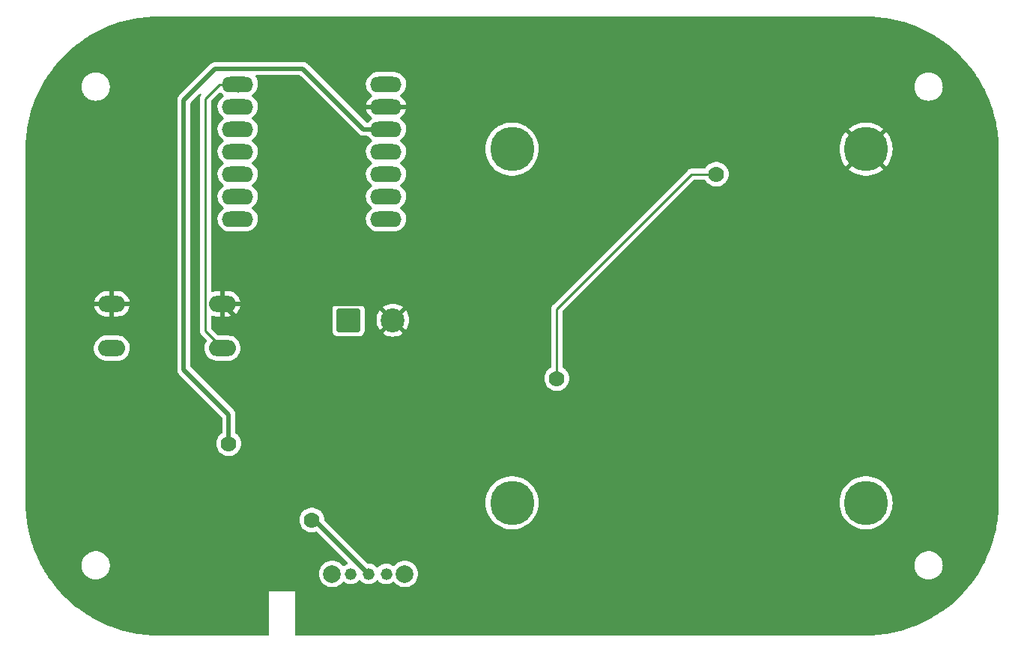
<source format=gbr>
%TF.GenerationSoftware,KiCad,Pcbnew,7.0.9*%
%TF.CreationDate,2024-02-04T13:50:24-08:00*%
%TF.ProjectId,Sensing Device,53656e73-696e-4672-9044-65766963652e,rev?*%
%TF.SameCoordinates,Original*%
%TF.FileFunction,Copper,L2,Bot*%
%TF.FilePolarity,Positive*%
%FSLAX46Y46*%
G04 Gerber Fmt 4.6, Leading zero omitted, Abs format (unit mm)*
G04 Created by KiCad (PCBNEW 7.0.9) date 2024-02-04 13:50:24*
%MOMM*%
%LPD*%
G01*
G04 APERTURE LIST*
G04 Aperture macros list*
%AMRoundRect*
0 Rectangle with rounded corners*
0 $1 Rounding radius*
0 $2 $3 $4 $5 $6 $7 $8 $9 X,Y pos of 4 corners*
0 Add a 4 corners polygon primitive as box body*
4,1,4,$2,$3,$4,$5,$6,$7,$8,$9,$2,$3,0*
0 Add four circle primitives for the rounded corners*
1,1,$1+$1,$2,$3*
1,1,$1+$1,$4,$5*
1,1,$1+$1,$6,$7*
1,1,$1+$1,$8,$9*
0 Add four rect primitives between the rounded corners*
20,1,$1+$1,$2,$3,$4,$5,0*
20,1,$1+$1,$4,$5,$6,$7,0*
20,1,$1+$1,$6,$7,$8,$9,0*
20,1,$1+$1,$8,$9,$2,$3,0*%
G04 Aperture macros list end*
%TA.AperFunction,ComponentPad*%
%ADD10O,3.556000X1.778000*%
%TD*%
%TA.AperFunction,ComponentPad*%
%ADD11RoundRect,0.250001X-1.099999X-1.099999X1.099999X-1.099999X1.099999X1.099999X-1.099999X1.099999X0*%
%TD*%
%TA.AperFunction,ComponentPad*%
%ADD12C,2.700000*%
%TD*%
%TA.AperFunction,ComponentPad*%
%ADD13O,3.048000X1.850000*%
%TD*%
%TA.AperFunction,ComponentPad*%
%ADD14C,1.320800*%
%TD*%
%TA.AperFunction,ComponentPad*%
%ADD15C,2.006600*%
%TD*%
%TA.AperFunction,ComponentPad*%
%ADD16C,5.000000*%
%TD*%
%TA.AperFunction,ViaPad*%
%ADD17C,1.778000*%
%TD*%
%TA.AperFunction,Conductor*%
%ADD18C,0.500000*%
%TD*%
%TA.AperFunction,Conductor*%
%ADD19C,0.254000*%
%TD*%
G04 APERTURE END LIST*
D10*
%TO.P,U1,1,GPIO1_A0_D0*%
%TO.N,/Button*%
X78994000Y-42672000D03*
%TO.P,U1,2,GPIO2_A1_D1*%
%TO.N,unconnected-(U1-GPIO2_A1_D1-Pad2)*%
X78994000Y-45212000D03*
%TO.P,U1,3,GPIO3_A2_D2*%
%TO.N,unconnected-(U1-GPIO3_A2_D2-Pad3)*%
X78994000Y-47752000D03*
%TO.P,U1,4,GPIO4_A3_D3*%
%TO.N,/LED*%
X78994000Y-50292000D03*
%TO.P,U1,5,GPIO4_A3_D3_SDA*%
%TO.N,/SDA_XIAO*%
X78994000Y-52832000D03*
%TO.P,U1,6,GPIO6_A5_D5_SCL*%
%TO.N,/SCL_XIAO*%
X78994000Y-55372000D03*
%TO.P,U1,7,GPIO43_TX_D6*%
%TO.N,unconnected-(U1-GPIO43_TX_D6-Pad7)*%
X78994000Y-57912000D03*
%TO.P,U1,8,5V*%
%TO.N,unconnected-(U1-5V-Pad8)*%
X95758000Y-42672000D03*
%TO.P,U1,9,GND*%
%TO.N,GND*%
X95758000Y-45212000D03*
%TO.P,U1,10,3V3*%
%TO.N,/3V3*%
X95758000Y-47752000D03*
%TO.P,U1,11,GPIO9_A10_D10_COPI*%
%TO.N,unconnected-(U1-GPIO9_A10_D10_COPI-Pad11)*%
X95758000Y-50292000D03*
%TO.P,U1,12,GPIO8_A9_D9_CIPO*%
%TO.N,unconnected-(U1-GPIO8_A9_D9_CIPO-Pad12)*%
X95758000Y-52832000D03*
%TO.P,U1,13,GPIO7_A8_D8_SCK*%
%TO.N,/Id*%
X95758000Y-55372000D03*
%TO.P,U1,14,GPIO44_D7_RX*%
%TO.N,unconnected-(U1-GPIO44_D7_RX-Pad14)*%
X95758000Y-57912000D03*
%TD*%
D11*
%TO.P,J1,1,Pin_1*%
%TO.N,VCC*%
X91520000Y-69342000D03*
D12*
%TO.P,J1,2,Pin_2*%
%TO.N,GND*%
X96520000Y-69342000D03*
%TD*%
D13*
%TO.P,SW1,1,A*%
%TO.N,GND*%
X64760000Y-67500000D03*
X77260000Y-67500000D03*
%TO.P,SW1,2,B*%
%TO.N,/Button*%
X64760000Y-72500000D03*
X77260000Y-72500000D03*
%TD*%
D14*
%TO.P,SW2,1,A*%
%TO.N,VCC*%
X91764099Y-98044000D03*
%TO.P,SW2,2,B*%
%TO.N,Net-(BT1-+)*%
X93764100Y-98044000D03*
%TO.P,SW2,3,C*%
%TO.N,unconnected-(SW2-C-Pad3)*%
X95764101Y-98044000D03*
D15*
%TO.P,SW2,4*%
%TO.N,N/C*%
X89662000Y-98044000D03*
%TO.P,SW2,5*%
X97866200Y-98044000D03*
%TD*%
D16*
%TO.P,J2,1,Pin_1*%
%TO.N,/Id*%
X110000000Y-50000000D03*
%TO.P,J2,2,Pin_2*%
%TO.N,GND*%
X150000000Y-50000000D03*
%TO.P,J2,3*%
%TO.N,N/C*%
X110000000Y-90000000D03*
%TO.P,J2,4*%
X150000000Y-90000000D03*
%TD*%
D17*
%TO.N,GND*%
X84074000Y-72898000D03*
%TO.N,Net-(BT1-+)*%
X87376000Y-91948000D03*
%TO.N,/3V3*%
X77978000Y-83312000D03*
%TO.N,Net-(C1-Pad1)*%
X133080000Y-52832000D03*
X115062000Y-75946000D03*
%TD*%
D18*
%TO.N,GND*%
X84074000Y-72898000D02*
X82658000Y-72898000D01*
X82658000Y-72898000D02*
X77260000Y-67500000D01*
X78662000Y-67488000D02*
X94666000Y-67488000D01*
X94666000Y-67488000D02*
X96520000Y-69342000D01*
X78650000Y-67500000D02*
X78662000Y-67488000D01*
%TO.N,Net-(BT1-+)*%
X87668100Y-91948000D02*
X93764100Y-98044000D01*
X87376000Y-91948000D02*
X87668100Y-91948000D01*
D19*
%TO.N,/Button*%
X76962000Y-42672000D02*
X79756000Y-42672000D01*
X77260000Y-72500000D02*
X75355000Y-70595000D01*
X75355000Y-70595000D02*
X75355000Y-44279000D01*
X75355000Y-44279000D02*
X76962000Y-42672000D01*
X78994000Y-43434000D02*
X79756000Y-42672000D01*
D18*
%TO.N,/3V3*%
X77978000Y-80010000D02*
X72898000Y-74930000D01*
X72898000Y-74930000D02*
X72898000Y-44450000D01*
X76454000Y-40894000D02*
X86360000Y-40894000D01*
X93218000Y-47752000D02*
X94996000Y-47752000D01*
X86360000Y-40894000D02*
X93218000Y-47752000D01*
X77978000Y-83312000D02*
X77978000Y-80010000D01*
X72898000Y-44450000D02*
X76454000Y-40894000D01*
D19*
%TO.N,Net-(C1-Pad1)*%
X133080000Y-52832000D02*
X130302000Y-52832000D01*
X115062000Y-68072000D02*
X115062000Y-75946000D01*
X130302000Y-52832000D02*
X115062000Y-68072000D01*
%TD*%
%TA.AperFunction,Conductor*%
%TO.N,GND*%
G36*
X150592465Y-35015513D02*
G01*
X150761046Y-35019928D01*
X150764058Y-35020082D01*
X151225934Y-35055256D01*
X151531324Y-35079291D01*
X151534174Y-35079584D01*
X151966529Y-35134648D01*
X152297467Y-35178217D01*
X152300218Y-35178644D01*
X152710895Y-35252251D01*
X152717885Y-35253504D01*
X153057441Y-35316437D01*
X153060150Y-35317002D01*
X153467349Y-35411494D01*
X153810612Y-35493905D01*
X154209902Y-35608156D01*
X154552263Y-35709568D01*
X154942736Y-35843036D01*
X155281826Y-35963115D01*
X155663209Y-36115458D01*
X155997318Y-36253850D01*
X156369224Y-36424730D01*
X156593841Y-36531867D01*
X156696901Y-36581025D01*
X156853978Y-36663075D01*
X157058704Y-36770014D01*
X157378679Y-36943746D01*
X157729747Y-37150408D01*
X158040851Y-37341051D01*
X158380534Y-37564922D01*
X158565367Y-37691954D01*
X158681684Y-37771897D01*
X159009218Y-38012409D01*
X159299472Y-38235129D01*
X159614180Y-38491740D01*
X159892538Y-38729480D01*
X160043480Y-38865852D01*
X160193729Y-39001598D01*
X160459336Y-39253648D01*
X160746351Y-39540663D01*
X160998401Y-39806270D01*
X161119823Y-39940664D01*
X161270521Y-40107464D01*
X161508275Y-40385838D01*
X161702014Y-40623440D01*
X161764870Y-40700527D01*
X161987590Y-40990781D01*
X162228102Y-41318315D01*
X162435067Y-41619450D01*
X162465226Y-41665210D01*
X162658936Y-41959131D01*
X162740798Y-42092716D01*
X162849587Y-42270245D01*
X162945919Y-42433889D01*
X163033773Y-42583133D01*
X163056247Y-42621310D01*
X163229983Y-42941292D01*
X163418974Y-43303098D01*
X163523206Y-43521623D01*
X163570028Y-43619788D01*
X163575267Y-43630770D01*
X163746143Y-44002668D01*
X163772054Y-44065223D01*
X163884557Y-44336830D01*
X164036884Y-44718173D01*
X164156975Y-45057299D01*
X164290430Y-45447735D01*
X164391850Y-45790122D01*
X164506093Y-46189383D01*
X164588529Y-46532753D01*
X164682994Y-46939841D01*
X164683561Y-46942557D01*
X164746495Y-47282114D01*
X164821346Y-47699733D01*
X164821788Y-47702579D01*
X164865352Y-48033479D01*
X164920406Y-48465755D01*
X164920712Y-48468724D01*
X164944746Y-48774107D01*
X164979914Y-49235920D01*
X164980072Y-49239005D01*
X164984501Y-49408128D01*
X164999500Y-50000000D01*
X164999500Y-90000000D01*
X164984501Y-90591871D01*
X164980072Y-90760993D01*
X164979914Y-90764078D01*
X164944746Y-91225892D01*
X164920712Y-91531274D01*
X164920406Y-91534242D01*
X164865352Y-91966520D01*
X164821788Y-92297419D01*
X164821346Y-92300265D01*
X164746495Y-92717885D01*
X164683561Y-93057441D01*
X164682994Y-93060157D01*
X164588529Y-93467246D01*
X164506093Y-93810616D01*
X164391850Y-94209877D01*
X164290430Y-94552264D01*
X164156975Y-94942700D01*
X164036884Y-95281826D01*
X163884557Y-95663169D01*
X163746141Y-95997337D01*
X163575271Y-96369220D01*
X163418974Y-96696901D01*
X163229983Y-97058707D01*
X163056247Y-97378689D01*
X162849587Y-97729754D01*
X162658940Y-98040863D01*
X162435073Y-98380541D01*
X162228102Y-98681684D01*
X161987590Y-99009218D01*
X161764870Y-99299472D01*
X161508277Y-99614160D01*
X161270514Y-99892544D01*
X160998401Y-100193729D01*
X160746351Y-100459336D01*
X160459336Y-100746351D01*
X160193729Y-100998401D01*
X159892544Y-101270514D01*
X159614148Y-101508286D01*
X159299472Y-101764870D01*
X159009218Y-101987590D01*
X158681684Y-102228102D01*
X158380541Y-102435073D01*
X158040863Y-102658940D01*
X157729754Y-102849587D01*
X157378689Y-103056247D01*
X157058707Y-103229983D01*
X156696901Y-103418974D01*
X156369220Y-103575271D01*
X155997337Y-103746141D01*
X155663169Y-103884557D01*
X155281826Y-104036884D01*
X154942700Y-104156975D01*
X154552264Y-104290430D01*
X154209877Y-104391850D01*
X153810616Y-104506093D01*
X153467246Y-104588529D01*
X153060157Y-104682994D01*
X153057441Y-104683561D01*
X152717885Y-104746495D01*
X152300265Y-104821346D01*
X152297419Y-104821788D01*
X151966520Y-104865352D01*
X151534242Y-104920406D01*
X151531274Y-104920712D01*
X151225892Y-104944746D01*
X150764078Y-104979914D01*
X150760993Y-104980072D01*
X150591871Y-104984501D01*
X150000000Y-104999500D01*
X85624500Y-104999500D01*
X85557461Y-104979815D01*
X85511706Y-104927011D01*
X85500500Y-104875500D01*
X85500500Y-100024759D01*
X85500528Y-100024616D01*
X85500524Y-100024616D01*
X85500539Y-100000002D01*
X85500541Y-100000000D01*
X85500462Y-99999808D01*
X85500384Y-99999618D01*
X85500382Y-99999616D01*
X85500099Y-99999500D01*
X85500000Y-99999459D01*
X85475446Y-99999459D01*
X85475240Y-99999500D01*
X82524760Y-99999500D01*
X82524554Y-99999459D01*
X82500000Y-99999459D01*
X82499901Y-99999500D01*
X82499617Y-99999616D01*
X82499615Y-99999618D01*
X82499459Y-99999999D01*
X82499476Y-100024616D01*
X82499471Y-100024616D01*
X82499500Y-100024759D01*
X82499500Y-104875500D01*
X82479815Y-104942539D01*
X82427011Y-104988294D01*
X82375500Y-104999500D01*
X70000000Y-104999500D01*
X69408128Y-104984501D01*
X69239005Y-104980072D01*
X69235920Y-104979914D01*
X68774107Y-104944746D01*
X68468724Y-104920712D01*
X68465755Y-104920406D01*
X68033479Y-104865352D01*
X67702579Y-104821788D01*
X67699733Y-104821346D01*
X67282114Y-104746495D01*
X66942557Y-104683561D01*
X66939841Y-104682994D01*
X66532753Y-104588529D01*
X66189383Y-104506093D01*
X65790122Y-104391850D01*
X65447735Y-104290430D01*
X65057299Y-104156975D01*
X64718173Y-104036884D01*
X64336830Y-103884557D01*
X64002667Y-103746143D01*
X63630770Y-103575267D01*
X63303098Y-103418974D01*
X62941292Y-103229983D01*
X62621310Y-103056247D01*
X62270245Y-102849587D01*
X61959136Y-102658940D01*
X61619458Y-102435073D01*
X61318315Y-102228102D01*
X60990781Y-101987590D01*
X60700527Y-101764870D01*
X60623440Y-101702014D01*
X60385838Y-101508275D01*
X60107464Y-101270521D01*
X59949180Y-101127517D01*
X59806270Y-100998401D01*
X59540663Y-100746351D01*
X59253648Y-100459336D01*
X59001598Y-100193729D01*
X58848809Y-100024616D01*
X58729480Y-99892538D01*
X58491723Y-99614160D01*
X58235129Y-99299472D01*
X58012409Y-99009218D01*
X57771897Y-98681684D01*
X57647349Y-98500466D01*
X57564913Y-98380521D01*
X57557214Y-98368839D01*
X57341051Y-98040851D01*
X57150408Y-97729747D01*
X57110306Y-97661623D01*
X56943746Y-97378679D01*
X56776148Y-97069999D01*
X61324551Y-97069999D01*
X61332275Y-97168142D01*
X61332466Y-97173008D01*
X61332466Y-97195734D01*
X61336019Y-97218167D01*
X61336592Y-97223002D01*
X61339391Y-97258555D01*
X61344317Y-97321148D01*
X61344317Y-97321151D01*
X61344318Y-97321153D01*
X61367296Y-97416867D01*
X61368246Y-97421642D01*
X61371801Y-97444090D01*
X61378824Y-97465705D01*
X61380146Y-97470390D01*
X61403127Y-97566114D01*
X61440797Y-97657057D01*
X61442482Y-97661623D01*
X61448170Y-97679126D01*
X61449507Y-97683240D01*
X61449508Y-97683243D01*
X61449509Y-97683244D01*
X61459821Y-97703484D01*
X61461858Y-97707904D01*
X61499532Y-97798857D01*
X61550973Y-97882803D01*
X61553351Y-97887048D01*
X61560514Y-97901104D01*
X61563666Y-97907290D01*
X61563667Y-97907292D01*
X61577017Y-97925667D01*
X61579722Y-97929714D01*
X61629021Y-98010163D01*
X61631164Y-98013659D01*
X61654398Y-98040863D01*
X61695094Y-98088511D01*
X61698107Y-98092332D01*
X61711469Y-98110724D01*
X61727547Y-98126802D01*
X61730832Y-98130355D01*
X61794776Y-98205224D01*
X61869639Y-98269163D01*
X61873202Y-98272457D01*
X61889276Y-98288531D01*
X61907654Y-98301883D01*
X61907665Y-98301891D01*
X61911471Y-98304891D01*
X61986341Y-98368836D01*
X61986343Y-98368837D01*
X61986344Y-98368838D01*
X61986345Y-98368839D01*
X62070277Y-98420272D01*
X62074325Y-98422977D01*
X62074335Y-98422984D01*
X62092710Y-98436334D01*
X62112961Y-98446652D01*
X62117179Y-98449014D01*
X62201141Y-98500466D01*
X62201143Y-98500466D01*
X62201145Y-98500468D01*
X62224489Y-98510137D01*
X62292101Y-98538142D01*
X62296515Y-98540178D01*
X62304608Y-98544301D01*
X62316760Y-98550493D01*
X62338380Y-98557517D01*
X62342923Y-98559194D01*
X62433889Y-98596873D01*
X62529627Y-98619857D01*
X62534289Y-98621172D01*
X62555910Y-98628198D01*
X62555911Y-98628198D01*
X62555914Y-98628199D01*
X62564646Y-98629581D01*
X62578367Y-98631754D01*
X62583107Y-98632696D01*
X62678852Y-98655683D01*
X62777024Y-98663409D01*
X62781795Y-98663974D01*
X62804271Y-98667534D01*
X62804275Y-98667534D01*
X62826992Y-98667534D01*
X62831858Y-98667725D01*
X62930000Y-98675449D01*
X63028142Y-98667725D01*
X63033008Y-98667534D01*
X63055725Y-98667534D01*
X63055729Y-98667534D01*
X63078204Y-98663974D01*
X63082975Y-98663409D01*
X63181148Y-98655683D01*
X63276897Y-98632695D01*
X63281627Y-98631755D01*
X63304090Y-98628198D01*
X63325737Y-98621164D01*
X63330351Y-98619862D01*
X63426111Y-98596873D01*
X63517090Y-98559188D01*
X63521599Y-98557524D01*
X63543240Y-98550493D01*
X63563508Y-98540165D01*
X63567863Y-98538157D01*
X63658859Y-98500466D01*
X63742833Y-98449006D01*
X63747018Y-98446662D01*
X63767290Y-98436334D01*
X63785684Y-98422969D01*
X63789707Y-98420281D01*
X63873659Y-98368836D01*
X63948547Y-98304875D01*
X63952314Y-98301906D01*
X63970724Y-98288531D01*
X63986819Y-98272435D01*
X63990347Y-98269174D01*
X64065224Y-98205224D01*
X64129174Y-98130347D01*
X64132435Y-98126819D01*
X64148531Y-98110724D01*
X64161906Y-98092314D01*
X64164875Y-98088547D01*
X64228836Y-98013659D01*
X64280281Y-97929707D01*
X64282969Y-97925684D01*
X64296334Y-97907290D01*
X64306662Y-97887018D01*
X64309006Y-97882833D01*
X64360466Y-97798859D01*
X64398157Y-97707863D01*
X64400165Y-97703508D01*
X64410493Y-97683240D01*
X64417524Y-97661599D01*
X64419188Y-97657090D01*
X64456873Y-97566111D01*
X64479862Y-97470351D01*
X64481164Y-97465737D01*
X64488198Y-97444090D01*
X64491755Y-97421627D01*
X64492695Y-97416897D01*
X64515683Y-97321148D01*
X64523409Y-97222978D01*
X64523974Y-97218201D01*
X64527534Y-97195729D01*
X64528155Y-97164043D01*
X64528334Y-97160401D01*
X64535449Y-97070000D01*
X64528333Y-96979593D01*
X64528155Y-96975946D01*
X64527979Y-96966990D01*
X64527534Y-96944271D01*
X64523974Y-96921798D01*
X64523409Y-96917021D01*
X64515683Y-96818852D01*
X64492696Y-96723107D01*
X64491753Y-96718357D01*
X64489581Y-96704646D01*
X64488199Y-96695914D01*
X64488198Y-96695911D01*
X64488195Y-96695903D01*
X64481172Y-96674289D01*
X64479857Y-96669627D01*
X64456873Y-96573889D01*
X64419194Y-96482923D01*
X64417517Y-96478380D01*
X64410493Y-96456760D01*
X64400178Y-96436515D01*
X64398139Y-96432093D01*
X64360468Y-96341145D01*
X64360466Y-96341141D01*
X64309014Y-96257179D01*
X64306649Y-96252955D01*
X64296337Y-96232716D01*
X64296334Y-96232710D01*
X64288039Y-96221293D01*
X64282977Y-96214325D01*
X64280272Y-96210277D01*
X64228839Y-96126345D01*
X64228838Y-96126344D01*
X64228837Y-96126343D01*
X64228836Y-96126341D01*
X64164891Y-96051471D01*
X64161891Y-96047665D01*
X64148531Y-96029276D01*
X64132453Y-96013198D01*
X64129163Y-96009639D01*
X64065224Y-95934776D01*
X63990355Y-95870832D01*
X63986799Y-95867544D01*
X63970724Y-95851469D01*
X63952332Y-95838107D01*
X63948511Y-95835094D01*
X63873667Y-95771171D01*
X63873659Y-95771164D01*
X63873654Y-95771161D01*
X63873653Y-95771160D01*
X63789714Y-95719722D01*
X63785667Y-95717017D01*
X63767292Y-95703667D01*
X63767290Y-95703666D01*
X63761104Y-95700514D01*
X63747048Y-95693351D01*
X63742803Y-95690973D01*
X63658857Y-95639532D01*
X63567904Y-95601858D01*
X63563484Y-95599821D01*
X63543244Y-95589509D01*
X63543243Y-95589508D01*
X63543240Y-95589507D01*
X63539126Y-95588170D01*
X63521623Y-95582482D01*
X63517057Y-95580797D01*
X63426114Y-95543127D01*
X63330390Y-95520146D01*
X63325705Y-95518824D01*
X63304090Y-95511801D01*
X63281642Y-95508246D01*
X63276867Y-95507296D01*
X63181152Y-95484318D01*
X63181153Y-95484318D01*
X63181151Y-95484317D01*
X63181148Y-95484317D01*
X63133959Y-95480603D01*
X63083002Y-95476592D01*
X63078167Y-95476019D01*
X63055734Y-95472466D01*
X63055729Y-95472466D01*
X63033008Y-95472466D01*
X63028142Y-95472275D01*
X62930000Y-95464551D01*
X62831858Y-95472275D01*
X62826992Y-95472466D01*
X62804271Y-95472466D01*
X62781833Y-95476019D01*
X62776998Y-95476592D01*
X62678851Y-95484317D01*
X62678844Y-95484318D01*
X62583132Y-95507296D01*
X62578357Y-95508246D01*
X62555913Y-95511801D01*
X62555903Y-95511803D01*
X62534299Y-95518823D01*
X62529612Y-95520145D01*
X62433891Y-95543125D01*
X62342938Y-95580799D01*
X62338373Y-95582483D01*
X62316757Y-95589507D01*
X62296515Y-95599820D01*
X62292098Y-95601856D01*
X62201141Y-95639534D01*
X62117201Y-95690970D01*
X62112958Y-95693347D01*
X62092716Y-95703662D01*
X62092708Y-95703667D01*
X62074330Y-95717018D01*
X62070286Y-95719720D01*
X61986339Y-95771165D01*
X61911482Y-95835098D01*
X61907660Y-95838111D01*
X61889276Y-95851469D01*
X61873198Y-95867544D01*
X61869626Y-95870846D01*
X61794775Y-95934775D01*
X61730846Y-96009626D01*
X61727544Y-96013198D01*
X61711469Y-96029276D01*
X61698111Y-96047660D01*
X61695098Y-96051482D01*
X61631165Y-96126339D01*
X61579720Y-96210286D01*
X61577018Y-96214330D01*
X61563667Y-96232708D01*
X61563662Y-96232716D01*
X61553347Y-96252958D01*
X61550970Y-96257201D01*
X61499534Y-96341141D01*
X61461856Y-96432098D01*
X61459820Y-96436515D01*
X61449507Y-96456757D01*
X61442483Y-96478373D01*
X61440799Y-96482938D01*
X61403125Y-96573891D01*
X61380145Y-96669612D01*
X61378823Y-96674299D01*
X61371803Y-96695903D01*
X61371801Y-96695913D01*
X61368246Y-96718357D01*
X61367296Y-96723132D01*
X61344318Y-96818844D01*
X61344317Y-96818851D01*
X61336592Y-96916998D01*
X61336019Y-96921833D01*
X61332466Y-96944270D01*
X61332466Y-96966990D01*
X61332275Y-96971856D01*
X61324551Y-97069999D01*
X56776148Y-97069999D01*
X56770003Y-97058682D01*
X56726785Y-96975946D01*
X56594727Y-96723132D01*
X56581025Y-96696901D01*
X56522351Y-96573890D01*
X56424729Y-96369220D01*
X56253850Y-95997318D01*
X56115442Y-95663169D01*
X55963111Y-95281816D01*
X55843024Y-94942700D01*
X55812462Y-94853289D01*
X55709568Y-94552263D01*
X55608156Y-94209902D01*
X55493905Y-93810612D01*
X55411494Y-93467349D01*
X55317002Y-93060150D01*
X55316437Y-93057441D01*
X55253504Y-92717885D01*
X55232897Y-92602911D01*
X55178644Y-92300218D01*
X55178217Y-92297467D01*
X55134648Y-91966520D01*
X55132290Y-91948005D01*
X85981738Y-91948005D01*
X86000753Y-92177484D01*
X86057282Y-92400714D01*
X86149782Y-92611594D01*
X86275728Y-92804370D01*
X86275731Y-92804373D01*
X86431692Y-92973792D01*
X86613411Y-93115229D01*
X86815931Y-93224828D01*
X86919054Y-93260230D01*
X87033725Y-93299597D01*
X87033727Y-93299597D01*
X87033729Y-93299598D01*
X87260863Y-93337500D01*
X87260864Y-93337500D01*
X87491136Y-93337500D01*
X87491137Y-93337500D01*
X87718271Y-93299598D01*
X87823770Y-93263379D01*
X87893565Y-93260230D01*
X87951712Y-93292980D01*
X91408737Y-96750005D01*
X91442222Y-96811328D01*
X91437238Y-96881020D01*
X91395366Y-96936953D01*
X91365852Y-96953311D01*
X91335955Y-96964893D01*
X91244427Y-97000351D01*
X91244426Y-97000352D01*
X91061501Y-97113614D01*
X91034426Y-97138297D01*
X90971622Y-97168913D01*
X90902235Y-97160715D01*
X90856599Y-97127191D01*
X90845003Y-97113614D01*
X90728635Y-96977365D01*
X90548645Y-96823638D01*
X90548643Y-96823636D01*
X90548641Y-96823635D01*
X90548640Y-96823634D01*
X90346822Y-96699960D01*
X90128136Y-96609378D01*
X89897977Y-96554122D01*
X89662000Y-96535550D01*
X89426022Y-96554122D01*
X89195863Y-96609378D01*
X88977177Y-96699960D01*
X88775359Y-96823634D01*
X88775358Y-96823635D01*
X88595365Y-96977365D01*
X88441635Y-97157358D01*
X88441634Y-97157359D01*
X88317960Y-97359177D01*
X88227378Y-97577863D01*
X88172122Y-97808022D01*
X88153550Y-98044000D01*
X88172122Y-98279977D01*
X88227378Y-98510136D01*
X88317960Y-98728822D01*
X88441634Y-98930640D01*
X88441635Y-98930641D01*
X88441636Y-98930643D01*
X88441638Y-98930645D01*
X88595365Y-99110635D01*
X88775355Y-99264362D01*
X88775357Y-99264363D01*
X88775358Y-99264364D01*
X88775359Y-99264365D01*
X88977177Y-99388039D01*
X89195863Y-99478621D01*
X89426026Y-99533878D01*
X89662000Y-99552450D01*
X89897974Y-99533878D01*
X90128137Y-99478621D01*
X90346822Y-99388039D01*
X90548645Y-99264362D01*
X90728635Y-99110635D01*
X90856601Y-98960806D01*
X90915106Y-98922615D01*
X90984974Y-98922116D01*
X91034428Y-98949704D01*
X91061504Y-98974387D01*
X91244425Y-99087647D01*
X91445043Y-99165367D01*
X91656526Y-99204900D01*
X91656528Y-99204900D01*
X91871670Y-99204900D01*
X91871672Y-99204900D01*
X92083155Y-99165367D01*
X92283773Y-99087647D01*
X92466694Y-98974387D01*
X92625690Y-98829444D01*
X92665147Y-98777193D01*
X92721253Y-98735560D01*
X92790965Y-98730867D01*
X92852147Y-98764609D01*
X92863050Y-98777192D01*
X92863053Y-98777196D01*
X92902511Y-98829446D01*
X92902514Y-98829449D01*
X93061502Y-98974385D01*
X93061504Y-98974386D01*
X93061505Y-98974387D01*
X93244426Y-99087647D01*
X93445044Y-99165367D01*
X93656527Y-99204900D01*
X93656529Y-99204900D01*
X93871671Y-99204900D01*
X93871673Y-99204900D01*
X94083156Y-99165367D01*
X94283774Y-99087647D01*
X94466695Y-98974387D01*
X94625691Y-98829444D01*
X94665148Y-98777193D01*
X94721254Y-98735560D01*
X94790966Y-98730867D01*
X94852148Y-98764609D01*
X94863051Y-98777192D01*
X94863054Y-98777196D01*
X94902512Y-98829446D01*
X94902515Y-98829449D01*
X95061503Y-98974385D01*
X95061505Y-98974386D01*
X95061506Y-98974387D01*
X95244427Y-99087647D01*
X95445045Y-99165367D01*
X95656528Y-99204900D01*
X95656530Y-99204900D01*
X95871672Y-99204900D01*
X95871674Y-99204900D01*
X96083157Y-99165367D01*
X96283775Y-99087647D01*
X96466696Y-98974387D01*
X96493771Y-98949704D01*
X96556573Y-98919086D01*
X96625960Y-98927282D01*
X96671599Y-98960807D01*
X96799565Y-99110635D01*
X96979555Y-99264362D01*
X96979557Y-99264363D01*
X96979558Y-99264364D01*
X96979559Y-99264365D01*
X97181377Y-99388039D01*
X97400063Y-99478621D01*
X97630226Y-99533878D01*
X97866200Y-99552450D01*
X98102174Y-99533878D01*
X98332337Y-99478621D01*
X98551022Y-99388039D01*
X98752845Y-99264362D01*
X98932835Y-99110635D01*
X99086562Y-98930645D01*
X99210239Y-98728822D01*
X99300821Y-98510137D01*
X99356078Y-98279974D01*
X99374650Y-98044000D01*
X99356078Y-97808026D01*
X99300821Y-97577863D01*
X99256309Y-97470400D01*
X99210239Y-97359177D01*
X99086565Y-97157359D01*
X99086564Y-97157358D01*
X99086563Y-97157357D01*
X99086562Y-97157355D01*
X99011952Y-97069999D01*
X155464551Y-97069999D01*
X155472275Y-97168142D01*
X155472466Y-97173008D01*
X155472466Y-97195734D01*
X155476019Y-97218167D01*
X155476592Y-97223002D01*
X155479391Y-97258555D01*
X155484317Y-97321148D01*
X155484317Y-97321151D01*
X155484318Y-97321153D01*
X155507296Y-97416867D01*
X155508246Y-97421642D01*
X155511801Y-97444090D01*
X155518824Y-97465705D01*
X155520146Y-97470390D01*
X155543127Y-97566114D01*
X155580797Y-97657057D01*
X155582482Y-97661623D01*
X155588170Y-97679126D01*
X155589507Y-97683240D01*
X155589508Y-97683243D01*
X155589509Y-97683244D01*
X155599821Y-97703484D01*
X155601858Y-97707904D01*
X155639532Y-97798857D01*
X155690973Y-97882803D01*
X155693351Y-97887048D01*
X155700514Y-97901104D01*
X155703666Y-97907290D01*
X155703667Y-97907292D01*
X155717017Y-97925667D01*
X155719722Y-97929714D01*
X155769021Y-98010163D01*
X155771164Y-98013659D01*
X155794398Y-98040863D01*
X155835094Y-98088511D01*
X155838107Y-98092332D01*
X155851469Y-98110724D01*
X155867547Y-98126802D01*
X155870832Y-98130355D01*
X155934776Y-98205224D01*
X156009639Y-98269163D01*
X156013202Y-98272457D01*
X156029276Y-98288531D01*
X156047654Y-98301883D01*
X156047665Y-98301891D01*
X156051471Y-98304891D01*
X156126341Y-98368836D01*
X156126343Y-98368837D01*
X156126344Y-98368838D01*
X156126345Y-98368839D01*
X156210277Y-98420272D01*
X156214325Y-98422977D01*
X156214335Y-98422984D01*
X156232710Y-98436334D01*
X156252961Y-98446652D01*
X156257179Y-98449014D01*
X156341141Y-98500466D01*
X156341143Y-98500466D01*
X156341145Y-98500468D01*
X156364489Y-98510137D01*
X156432101Y-98538142D01*
X156436515Y-98540178D01*
X156444608Y-98544301D01*
X156456760Y-98550493D01*
X156478380Y-98557517D01*
X156482923Y-98559194D01*
X156573889Y-98596873D01*
X156669627Y-98619857D01*
X156674289Y-98621172D01*
X156695910Y-98628198D01*
X156695911Y-98628198D01*
X156695914Y-98628199D01*
X156704646Y-98629581D01*
X156718367Y-98631754D01*
X156723107Y-98632696D01*
X156818852Y-98655683D01*
X156917024Y-98663409D01*
X156921795Y-98663974D01*
X156944271Y-98667534D01*
X156944275Y-98667534D01*
X156966992Y-98667534D01*
X156971858Y-98667725D01*
X157070000Y-98675449D01*
X157168142Y-98667725D01*
X157173008Y-98667534D01*
X157195725Y-98667534D01*
X157195729Y-98667534D01*
X157218204Y-98663974D01*
X157222975Y-98663409D01*
X157321148Y-98655683D01*
X157416897Y-98632695D01*
X157421627Y-98631755D01*
X157444090Y-98628198D01*
X157465737Y-98621164D01*
X157470351Y-98619862D01*
X157566111Y-98596873D01*
X157657090Y-98559188D01*
X157661599Y-98557524D01*
X157683240Y-98550493D01*
X157703508Y-98540165D01*
X157707863Y-98538157D01*
X157798859Y-98500466D01*
X157882833Y-98449006D01*
X157887018Y-98446662D01*
X157907290Y-98436334D01*
X157925684Y-98422969D01*
X157929707Y-98420281D01*
X158013659Y-98368836D01*
X158088547Y-98304875D01*
X158092314Y-98301906D01*
X158110724Y-98288531D01*
X158126819Y-98272435D01*
X158130347Y-98269174D01*
X158205224Y-98205224D01*
X158269174Y-98130347D01*
X158272435Y-98126819D01*
X158288531Y-98110724D01*
X158301906Y-98092314D01*
X158304875Y-98088547D01*
X158368836Y-98013659D01*
X158420281Y-97929707D01*
X158422969Y-97925684D01*
X158436334Y-97907290D01*
X158446662Y-97887018D01*
X158449006Y-97882833D01*
X158500466Y-97798859D01*
X158538157Y-97707863D01*
X158540165Y-97703508D01*
X158550493Y-97683240D01*
X158557524Y-97661599D01*
X158559188Y-97657090D01*
X158596873Y-97566111D01*
X158619862Y-97470351D01*
X158621164Y-97465737D01*
X158628198Y-97444090D01*
X158631755Y-97421627D01*
X158632695Y-97416897D01*
X158655683Y-97321148D01*
X158663409Y-97222978D01*
X158663974Y-97218201D01*
X158667534Y-97195729D01*
X158668155Y-97164043D01*
X158668334Y-97160401D01*
X158675449Y-97070000D01*
X158668333Y-96979593D01*
X158668155Y-96975946D01*
X158667979Y-96966990D01*
X158667534Y-96944271D01*
X158663974Y-96921798D01*
X158663409Y-96917021D01*
X158655683Y-96818852D01*
X158632696Y-96723107D01*
X158631753Y-96718357D01*
X158629581Y-96704646D01*
X158628199Y-96695914D01*
X158628198Y-96695911D01*
X158628195Y-96695903D01*
X158621172Y-96674289D01*
X158619857Y-96669627D01*
X158596873Y-96573889D01*
X158559194Y-96482923D01*
X158557517Y-96478380D01*
X158550493Y-96456760D01*
X158540178Y-96436515D01*
X158538139Y-96432093D01*
X158500468Y-96341145D01*
X158500466Y-96341141D01*
X158449014Y-96257179D01*
X158446649Y-96252955D01*
X158436337Y-96232716D01*
X158436334Y-96232710D01*
X158428039Y-96221293D01*
X158422977Y-96214325D01*
X158420272Y-96210277D01*
X158368839Y-96126345D01*
X158368838Y-96126344D01*
X158368837Y-96126343D01*
X158368836Y-96126341D01*
X158304891Y-96051471D01*
X158301891Y-96047665D01*
X158288531Y-96029276D01*
X158272453Y-96013198D01*
X158269163Y-96009639D01*
X158205224Y-95934776D01*
X158130355Y-95870832D01*
X158126799Y-95867544D01*
X158110724Y-95851469D01*
X158092332Y-95838107D01*
X158088511Y-95835094D01*
X158013667Y-95771171D01*
X158013659Y-95771164D01*
X158013654Y-95771161D01*
X158013653Y-95771160D01*
X157929714Y-95719722D01*
X157925667Y-95717017D01*
X157907292Y-95703667D01*
X157907290Y-95703666D01*
X157901104Y-95700514D01*
X157887048Y-95693351D01*
X157882803Y-95690973D01*
X157798857Y-95639532D01*
X157707904Y-95601858D01*
X157703484Y-95599821D01*
X157683244Y-95589509D01*
X157683243Y-95589508D01*
X157683240Y-95589507D01*
X157679126Y-95588170D01*
X157661623Y-95582482D01*
X157657057Y-95580797D01*
X157566114Y-95543127D01*
X157470390Y-95520146D01*
X157465705Y-95518824D01*
X157444090Y-95511801D01*
X157421642Y-95508246D01*
X157416867Y-95507296D01*
X157321152Y-95484318D01*
X157321153Y-95484318D01*
X157321151Y-95484317D01*
X157321148Y-95484317D01*
X157273959Y-95480603D01*
X157223002Y-95476592D01*
X157218167Y-95476019D01*
X157195734Y-95472466D01*
X157195729Y-95472466D01*
X157173008Y-95472466D01*
X157168142Y-95472275D01*
X157070000Y-95464551D01*
X156971858Y-95472275D01*
X156966992Y-95472466D01*
X156944271Y-95472466D01*
X156921833Y-95476019D01*
X156916998Y-95476592D01*
X156818851Y-95484317D01*
X156818844Y-95484318D01*
X156723132Y-95507296D01*
X156718357Y-95508246D01*
X156695913Y-95511801D01*
X156695903Y-95511803D01*
X156674299Y-95518823D01*
X156669612Y-95520145D01*
X156573891Y-95543125D01*
X156482938Y-95580799D01*
X156478373Y-95582483D01*
X156456757Y-95589507D01*
X156436515Y-95599820D01*
X156432098Y-95601856D01*
X156341141Y-95639534D01*
X156257201Y-95690970D01*
X156252958Y-95693347D01*
X156232716Y-95703662D01*
X156232708Y-95703667D01*
X156214330Y-95717018D01*
X156210286Y-95719720D01*
X156126339Y-95771165D01*
X156051482Y-95835098D01*
X156047660Y-95838111D01*
X156029276Y-95851469D01*
X156013198Y-95867544D01*
X156009626Y-95870846D01*
X155934775Y-95934775D01*
X155870846Y-96009626D01*
X155867544Y-96013198D01*
X155851469Y-96029276D01*
X155838111Y-96047660D01*
X155835098Y-96051482D01*
X155771165Y-96126339D01*
X155719720Y-96210286D01*
X155717018Y-96214330D01*
X155703667Y-96232708D01*
X155703662Y-96232716D01*
X155693347Y-96252958D01*
X155690970Y-96257201D01*
X155639534Y-96341141D01*
X155601856Y-96432098D01*
X155599820Y-96436515D01*
X155589507Y-96456757D01*
X155582483Y-96478373D01*
X155580799Y-96482938D01*
X155543125Y-96573891D01*
X155520145Y-96669612D01*
X155518823Y-96674299D01*
X155511803Y-96695903D01*
X155511801Y-96695913D01*
X155508246Y-96718357D01*
X155507296Y-96723132D01*
X155484318Y-96818844D01*
X155484317Y-96818851D01*
X155476592Y-96916998D01*
X155476019Y-96921833D01*
X155472466Y-96944270D01*
X155472466Y-96966990D01*
X155472275Y-96971856D01*
X155464551Y-97069999D01*
X99011952Y-97069999D01*
X98932835Y-96977365D01*
X98752845Y-96823638D01*
X98752843Y-96823636D01*
X98752841Y-96823635D01*
X98752840Y-96823634D01*
X98551022Y-96699960D01*
X98332336Y-96609378D01*
X98102177Y-96554122D01*
X97866200Y-96535550D01*
X97630222Y-96554122D01*
X97400063Y-96609378D01*
X97181377Y-96699960D01*
X96979559Y-96823634D01*
X96979558Y-96823635D01*
X96799565Y-96977365D01*
X96671600Y-97127191D01*
X96613093Y-97165384D01*
X96543225Y-97165882D01*
X96493773Y-97138297D01*
X96466696Y-97113613D01*
X96283775Y-97000353D01*
X96083157Y-96922633D01*
X95871674Y-96883100D01*
X95656528Y-96883100D01*
X95445045Y-96922633D01*
X95381086Y-96947411D01*
X95244429Y-97000352D01*
X95244428Y-97000352D01*
X95061503Y-97113614D01*
X94902515Y-97258550D01*
X94902510Y-97258555D01*
X94863053Y-97310805D01*
X94806944Y-97352440D01*
X94737232Y-97357131D01*
X94676050Y-97323388D01*
X94665147Y-97310805D01*
X94625691Y-97258556D01*
X94625688Y-97258553D01*
X94625685Y-97258550D01*
X94466697Y-97113614D01*
X94426911Y-97088979D01*
X94283774Y-97000353D01*
X94083156Y-96922633D01*
X93871673Y-96883100D01*
X93871671Y-96883100D01*
X93715929Y-96883100D01*
X93648890Y-96863415D01*
X93628248Y-96846781D01*
X88806089Y-92024621D01*
X88772604Y-91963298D01*
X88770194Y-91947180D01*
X88768932Y-91931949D01*
X88751246Y-91718512D01*
X88694717Y-91495284D01*
X88602217Y-91284405D01*
X88507481Y-91139400D01*
X88476271Y-91091629D01*
X88449355Y-91062390D01*
X88320308Y-90922208D01*
X88252036Y-90869070D01*
X88138591Y-90780772D01*
X87936069Y-90671172D01*
X87936061Y-90671169D01*
X87718274Y-90596402D01*
X87547920Y-90567975D01*
X87491137Y-90558500D01*
X87260863Y-90558500D01*
X87215436Y-90566080D01*
X87033725Y-90596402D01*
X86815938Y-90671169D01*
X86815930Y-90671172D01*
X86613408Y-90780772D01*
X86431694Y-90922206D01*
X86431689Y-90922211D01*
X86275728Y-91091629D01*
X86149782Y-91284405D01*
X86057282Y-91495285D01*
X86000753Y-91718515D01*
X85981738Y-91947994D01*
X85981738Y-91948005D01*
X55132290Y-91948005D01*
X55079584Y-91534174D01*
X55079291Y-91531324D01*
X55055250Y-91225854D01*
X55048666Y-91139400D01*
X55020082Y-90764058D01*
X55019928Y-90761046D01*
X55015513Y-90592465D01*
X55000500Y-90000000D01*
X106994415Y-90000000D01*
X107014738Y-90348927D01*
X107014739Y-90348938D01*
X107075428Y-90693127D01*
X107075430Y-90693134D01*
X107175674Y-91027972D01*
X107314107Y-91348895D01*
X107314113Y-91348908D01*
X107488870Y-91651597D01*
X107697584Y-91931949D01*
X107697589Y-91931955D01*
X107730067Y-91966379D01*
X107937442Y-92186183D01*
X108073400Y-92300265D01*
X108205186Y-92410847D01*
X108205194Y-92410853D01*
X108497203Y-92602911D01*
X108497207Y-92602913D01*
X108809549Y-92759777D01*
X109137989Y-92879319D01*
X109478086Y-92959923D01*
X109825241Y-93000500D01*
X109825248Y-93000500D01*
X110174752Y-93000500D01*
X110174759Y-93000500D01*
X110521914Y-92959923D01*
X110862011Y-92879319D01*
X111190451Y-92759777D01*
X111502793Y-92602913D01*
X111794811Y-92410849D01*
X112062558Y-92186183D01*
X112302412Y-91931953D01*
X112511130Y-91651596D01*
X112685889Y-91348904D01*
X112824326Y-91027971D01*
X112924569Y-90693136D01*
X112928443Y-90671169D01*
X112985260Y-90348938D01*
X112985259Y-90348938D01*
X112985262Y-90348927D01*
X113005585Y-90000000D01*
X146994415Y-90000000D01*
X147014738Y-90348927D01*
X147014739Y-90348938D01*
X147075428Y-90693127D01*
X147075430Y-90693134D01*
X147175674Y-91027972D01*
X147314107Y-91348895D01*
X147314113Y-91348908D01*
X147488870Y-91651597D01*
X147697584Y-91931949D01*
X147697589Y-91931955D01*
X147730067Y-91966379D01*
X147937442Y-92186183D01*
X148073400Y-92300265D01*
X148205186Y-92410847D01*
X148205194Y-92410853D01*
X148497203Y-92602911D01*
X148497207Y-92602913D01*
X148809549Y-92759777D01*
X149137989Y-92879319D01*
X149478086Y-92959923D01*
X149825241Y-93000500D01*
X149825248Y-93000500D01*
X150174752Y-93000500D01*
X150174759Y-93000500D01*
X150521914Y-92959923D01*
X150862011Y-92879319D01*
X151190451Y-92759777D01*
X151502793Y-92602913D01*
X151794811Y-92410849D01*
X152062558Y-92186183D01*
X152302412Y-91931953D01*
X152511130Y-91651596D01*
X152685889Y-91348904D01*
X152824326Y-91027971D01*
X152924569Y-90693136D01*
X152928443Y-90671169D01*
X152985260Y-90348938D01*
X152985259Y-90348938D01*
X152985262Y-90348927D01*
X153005585Y-90000000D01*
X152985262Y-89651073D01*
X152985260Y-89651061D01*
X152924571Y-89306872D01*
X152924569Y-89306865D01*
X152824325Y-88972027D01*
X152685892Y-88651104D01*
X152685889Y-88651096D01*
X152511130Y-88348404D01*
X152511129Y-88348402D01*
X152302415Y-88068050D01*
X152302410Y-88068044D01*
X152186433Y-87945117D01*
X152062558Y-87813817D01*
X151914488Y-87689572D01*
X151794813Y-87589152D01*
X151794805Y-87589146D01*
X151502796Y-87397088D01*
X151190458Y-87240226D01*
X151190452Y-87240223D01*
X150862012Y-87120681D01*
X150862009Y-87120680D01*
X150521915Y-87040077D01*
X150478519Y-87035004D01*
X150174759Y-86999500D01*
X149825241Y-86999500D01*
X149521480Y-87035004D01*
X149478085Y-87040077D01*
X149478083Y-87040077D01*
X149137990Y-87120680D01*
X149137987Y-87120681D01*
X148809547Y-87240223D01*
X148809541Y-87240226D01*
X148497203Y-87397088D01*
X148205194Y-87589146D01*
X148205186Y-87589152D01*
X147937442Y-87813817D01*
X147937440Y-87813819D01*
X147697589Y-88068044D01*
X147697584Y-88068050D01*
X147488870Y-88348402D01*
X147314113Y-88651091D01*
X147314107Y-88651104D01*
X147175674Y-88972027D01*
X147075430Y-89306865D01*
X147075428Y-89306872D01*
X147014739Y-89651061D01*
X147014738Y-89651072D01*
X146994415Y-89999996D01*
X146994415Y-90000000D01*
X113005585Y-90000000D01*
X112985262Y-89651073D01*
X112985260Y-89651061D01*
X112924571Y-89306872D01*
X112924569Y-89306865D01*
X112824325Y-88972027D01*
X112685892Y-88651104D01*
X112685889Y-88651096D01*
X112511130Y-88348404D01*
X112511129Y-88348402D01*
X112302415Y-88068050D01*
X112302410Y-88068044D01*
X112186433Y-87945117D01*
X112062558Y-87813817D01*
X111914488Y-87689572D01*
X111794813Y-87589152D01*
X111794805Y-87589146D01*
X111502796Y-87397088D01*
X111190458Y-87240226D01*
X111190452Y-87240223D01*
X110862012Y-87120681D01*
X110862009Y-87120680D01*
X110521915Y-87040077D01*
X110478519Y-87035004D01*
X110174759Y-86999500D01*
X109825241Y-86999500D01*
X109521480Y-87035004D01*
X109478085Y-87040077D01*
X109478083Y-87040077D01*
X109137990Y-87120680D01*
X109137987Y-87120681D01*
X108809547Y-87240223D01*
X108809541Y-87240226D01*
X108497203Y-87397088D01*
X108205194Y-87589146D01*
X108205186Y-87589152D01*
X107937442Y-87813817D01*
X107937440Y-87813819D01*
X107697589Y-88068044D01*
X107697584Y-88068050D01*
X107488870Y-88348402D01*
X107314113Y-88651091D01*
X107314107Y-88651104D01*
X107175674Y-88972027D01*
X107075430Y-89306865D01*
X107075428Y-89306872D01*
X107014739Y-89651061D01*
X107014738Y-89651072D01*
X106994415Y-89999996D01*
X106994415Y-90000000D01*
X55000500Y-90000000D01*
X55000500Y-89999500D01*
X55000500Y-74908025D01*
X72142710Y-74908025D01*
X72147264Y-74960064D01*
X72147500Y-74965470D01*
X72147500Y-74973709D01*
X72151306Y-75006274D01*
X72158000Y-75082791D01*
X72159461Y-75089867D01*
X72159403Y-75089878D01*
X72161034Y-75097237D01*
X72161092Y-75097224D01*
X72162757Y-75104250D01*
X72189025Y-75176424D01*
X72213185Y-75249331D01*
X72216236Y-75255874D01*
X72216182Y-75255898D01*
X72219470Y-75262688D01*
X72219521Y-75262663D01*
X72222761Y-75269113D01*
X72222762Y-75269114D01*
X72222763Y-75269117D01*
X72231503Y-75282405D01*
X72264965Y-75333283D01*
X72305287Y-75398655D01*
X72309766Y-75404319D01*
X72309719Y-75404356D01*
X72314482Y-75410202D01*
X72314528Y-75410164D01*
X72319173Y-75415700D01*
X72375017Y-75468385D01*
X77191181Y-80284549D01*
X77224666Y-80345872D01*
X77227500Y-80372230D01*
X77227500Y-82074741D01*
X77207815Y-82141780D01*
X77179663Y-82172594D01*
X77033694Y-82286206D01*
X77033689Y-82286211D01*
X76877728Y-82455629D01*
X76751782Y-82648405D01*
X76659282Y-82859285D01*
X76602753Y-83082515D01*
X76583738Y-83311994D01*
X76583738Y-83312005D01*
X76602753Y-83541484D01*
X76659282Y-83764714D01*
X76751782Y-83975594D01*
X76877728Y-84168370D01*
X76877731Y-84168373D01*
X77033692Y-84337792D01*
X77215411Y-84479229D01*
X77417931Y-84588828D01*
X77531025Y-84627653D01*
X77635725Y-84663597D01*
X77635727Y-84663597D01*
X77635729Y-84663598D01*
X77862863Y-84701500D01*
X77862864Y-84701500D01*
X78093136Y-84701500D01*
X78093137Y-84701500D01*
X78320271Y-84663598D01*
X78538069Y-84588828D01*
X78740589Y-84479229D01*
X78922308Y-84337792D01*
X79078269Y-84168373D01*
X79204217Y-83975595D01*
X79296717Y-83764716D01*
X79353246Y-83541488D01*
X79372262Y-83312000D01*
X79353246Y-83082512D01*
X79296717Y-82859284D01*
X79204217Y-82648405D01*
X79078271Y-82455629D01*
X79051355Y-82426390D01*
X78922308Y-82286208D01*
X78873753Y-82248416D01*
X78776337Y-82172594D01*
X78735524Y-82115884D01*
X78728500Y-82074741D01*
X78728500Y-80073705D01*
X78729809Y-80055735D01*
X78730129Y-80053547D01*
X78733289Y-80031977D01*
X78728735Y-79979931D01*
X78728500Y-79974528D01*
X78728500Y-79966297D01*
X78728500Y-79966291D01*
X78724693Y-79933724D01*
X78717999Y-79857203D01*
X78717999Y-79857201D01*
X78716539Y-79850129D01*
X78716597Y-79850116D01*
X78714965Y-79842757D01*
X78714906Y-79842772D01*
X78713242Y-79835753D01*
X78713241Y-79835745D01*
X78686974Y-79763576D01*
X78662814Y-79690666D01*
X78662809Y-79690659D01*
X78659760Y-79684118D01*
X78659815Y-79684091D01*
X78656533Y-79677313D01*
X78656480Y-79677340D01*
X78653235Y-79670880D01*
X78611028Y-79606708D01*
X78570710Y-79541342D01*
X78566234Y-79535682D01*
X78566281Y-79535644D01*
X78561519Y-79529799D01*
X78561474Y-79529838D01*
X78556834Y-79524308D01*
X78500964Y-79471596D01*
X74975373Y-75946005D01*
X113667738Y-75946005D01*
X113686753Y-76175484D01*
X113743282Y-76398714D01*
X113835782Y-76609594D01*
X113961728Y-76802370D01*
X113961731Y-76802373D01*
X114117692Y-76971792D01*
X114299411Y-77113229D01*
X114501931Y-77222828D01*
X114615025Y-77261653D01*
X114719725Y-77297597D01*
X114719727Y-77297597D01*
X114719729Y-77297598D01*
X114946863Y-77335500D01*
X114946864Y-77335500D01*
X115177136Y-77335500D01*
X115177137Y-77335500D01*
X115404271Y-77297598D01*
X115622069Y-77222828D01*
X115824589Y-77113229D01*
X116006308Y-76971792D01*
X116162269Y-76802373D01*
X116288217Y-76609595D01*
X116380717Y-76398716D01*
X116437246Y-76175488D01*
X116456262Y-75946000D01*
X116437246Y-75716512D01*
X116380717Y-75493284D01*
X116288217Y-75282405D01*
X116270899Y-75255898D01*
X116162271Y-75089629D01*
X116055559Y-74973709D01*
X116006308Y-74920208D01*
X115937039Y-74866294D01*
X115824591Y-74778772D01*
X115824586Y-74778769D01*
X115754481Y-74740829D01*
X115704891Y-74691609D01*
X115689500Y-74631775D01*
X115689500Y-68383281D01*
X115709185Y-68316242D01*
X115725819Y-68295600D01*
X130525600Y-53495819D01*
X130586923Y-53462334D01*
X130613281Y-53459500D01*
X131763095Y-53459500D01*
X131830134Y-53479185D01*
X131866903Y-53515677D01*
X131979731Y-53688373D01*
X132135692Y-53857792D01*
X132317411Y-53999229D01*
X132519931Y-54108828D01*
X132633025Y-54147653D01*
X132737725Y-54183597D01*
X132737727Y-54183597D01*
X132737729Y-54183598D01*
X132964863Y-54221500D01*
X132964864Y-54221500D01*
X133195136Y-54221500D01*
X133195137Y-54221500D01*
X133422271Y-54183598D01*
X133640069Y-54108828D01*
X133842589Y-53999229D01*
X134024308Y-53857792D01*
X134180269Y-53688373D01*
X134306217Y-53495595D01*
X134398717Y-53284716D01*
X134455246Y-53061488D01*
X134474262Y-52832000D01*
X134468277Y-52759777D01*
X134455246Y-52602515D01*
X134455246Y-52602512D01*
X134398717Y-52379284D01*
X134306217Y-52168405D01*
X134262076Y-52100842D01*
X134180271Y-51975629D01*
X134139762Y-51931625D01*
X134024308Y-51806208D01*
X133857817Y-51676623D01*
X133842591Y-51664772D01*
X133640069Y-51555172D01*
X133640061Y-51555169D01*
X133422274Y-51480402D01*
X133224363Y-51447377D01*
X133195137Y-51442500D01*
X132964863Y-51442500D01*
X132935637Y-51447377D01*
X132737725Y-51480402D01*
X132519938Y-51555169D01*
X132519930Y-51555172D01*
X132317408Y-51664772D01*
X132135694Y-51806206D01*
X132135689Y-51806211D01*
X131979731Y-51975627D01*
X131866904Y-52148322D01*
X131813757Y-52193678D01*
X131763095Y-52204500D01*
X130384967Y-52204500D01*
X130369318Y-52202772D01*
X130369292Y-52203054D01*
X130361524Y-52202319D01*
X130292141Y-52204500D01*
X130262522Y-52204500D01*
X130255618Y-52205371D01*
X130249800Y-52205829D01*
X130203060Y-52207298D01*
X130203054Y-52207299D01*
X130183719Y-52212916D01*
X130164680Y-52216859D01*
X130144715Y-52219382D01*
X130144701Y-52219385D01*
X130101235Y-52236594D01*
X130095710Y-52238485D01*
X130050809Y-52251531D01*
X130050806Y-52251533D01*
X130033480Y-52261779D01*
X130016010Y-52270337D01*
X129997298Y-52277745D01*
X129959463Y-52305233D01*
X129954580Y-52308440D01*
X129914346Y-52332234D01*
X129900106Y-52346474D01*
X129885320Y-52359102D01*
X129869033Y-52370936D01*
X129869032Y-52370936D01*
X129839227Y-52406963D01*
X129835295Y-52411285D01*
X114676953Y-67569626D01*
X114664669Y-67579469D01*
X114664849Y-67579687D01*
X114658838Y-67584659D01*
X114611322Y-67635258D01*
X114590375Y-67656205D01*
X114586106Y-67661709D01*
X114582315Y-67666147D01*
X114550308Y-67700230D01*
X114550305Y-67700234D01*
X114540606Y-67717877D01*
X114529928Y-67734133D01*
X114517594Y-67750034D01*
X114517589Y-67750042D01*
X114499025Y-67792943D01*
X114496454Y-67798191D01*
X114473927Y-67839167D01*
X114468920Y-67858668D01*
X114462621Y-67877064D01*
X114455893Y-67892612D01*
X114454625Y-67895544D01*
X114454624Y-67895546D01*
X114447312Y-67941716D01*
X114446127Y-67947438D01*
X114434500Y-67992723D01*
X114434500Y-68012858D01*
X114432973Y-68032255D01*
X114429825Y-68052133D01*
X114434225Y-68098677D01*
X114434500Y-68104515D01*
X114434500Y-74631775D01*
X114414815Y-74698814D01*
X114369519Y-74740829D01*
X114299413Y-74778769D01*
X114299408Y-74778772D01*
X114117694Y-74920206D01*
X114117689Y-74920211D01*
X113961728Y-75089629D01*
X113835782Y-75282405D01*
X113743282Y-75493285D01*
X113686753Y-75716515D01*
X113667738Y-75945994D01*
X113667738Y-75946005D01*
X74975373Y-75946005D01*
X73684819Y-74655451D01*
X73651334Y-74594128D01*
X73648500Y-74567770D01*
X73648500Y-44812229D01*
X73668185Y-44745190D01*
X73684819Y-44724548D01*
X74150236Y-44259131D01*
X74643805Y-43765561D01*
X74705126Y-43732078D01*
X74774817Y-43737062D01*
X74830751Y-43778934D01*
X74855168Y-43844398D01*
X74840316Y-43912671D01*
X74840145Y-43912984D01*
X74833607Y-43924876D01*
X74822928Y-43941133D01*
X74810594Y-43957034D01*
X74810589Y-43957042D01*
X74792025Y-43999943D01*
X74789454Y-44005191D01*
X74766927Y-44046167D01*
X74761920Y-44065668D01*
X74755621Y-44084064D01*
X74755278Y-44084859D01*
X74747625Y-44102544D01*
X74747624Y-44102546D01*
X74740312Y-44148716D01*
X74739127Y-44154438D01*
X74727500Y-44199723D01*
X74727500Y-44219858D01*
X74725973Y-44239257D01*
X74722825Y-44259131D01*
X74727225Y-44305677D01*
X74727500Y-44311515D01*
X74727500Y-70512032D01*
X74725772Y-70527681D01*
X74726054Y-70527708D01*
X74725319Y-70535475D01*
X74727500Y-70604859D01*
X74727500Y-70634477D01*
X74728371Y-70641380D01*
X74728829Y-70647199D01*
X74730298Y-70693942D01*
X74735916Y-70713275D01*
X74739862Y-70732329D01*
X74742383Y-70752287D01*
X74742386Y-70752299D01*
X74759595Y-70795765D01*
X74761487Y-70801293D01*
X74774530Y-70846187D01*
X74774530Y-70846188D01*
X74784777Y-70863515D01*
X74793335Y-70880985D01*
X74800745Y-70899701D01*
X74828229Y-70937529D01*
X74831437Y-70942413D01*
X74855234Y-70982652D01*
X74855240Y-70982660D01*
X74869469Y-70996888D01*
X74882109Y-71011687D01*
X74893934Y-71027964D01*
X74893936Y-71027965D01*
X74893937Y-71027967D01*
X74902092Y-71034713D01*
X74929957Y-71057765D01*
X74934268Y-71061687D01*
X75259481Y-71386900D01*
X75443632Y-71571051D01*
X75477117Y-71632374D01*
X75472133Y-71702066D01*
X75455649Y-71732463D01*
X75442759Y-71749892D01*
X75333515Y-71966565D01*
X75333512Y-71966571D01*
X75262456Y-72198594D01*
X75231635Y-72439281D01*
X75241933Y-72681715D01*
X75241933Y-72681719D01*
X75293056Y-72918929D01*
X75293057Y-72918932D01*
X75383530Y-73144082D01*
X75510757Y-73350713D01*
X75671075Y-73532869D01*
X75671079Y-73532873D01*
X75859870Y-73685311D01*
X76071709Y-73803652D01*
X76071712Y-73803653D01*
X76300507Y-73884491D01*
X76300513Y-73884492D01*
X76539662Y-73925499D01*
X76539670Y-73925499D01*
X76539672Y-73925500D01*
X76539673Y-73925500D01*
X77919559Y-73925500D01*
X78100775Y-73910076D01*
X78100775Y-73910075D01*
X78100782Y-73910075D01*
X78335608Y-73848931D01*
X78335611Y-73848930D01*
X78556713Y-73748986D01*
X78556716Y-73748983D01*
X78556723Y-73748981D01*
X78757765Y-73613100D01*
X78932952Y-73445197D01*
X79077244Y-73250102D01*
X79186488Y-73033429D01*
X79257543Y-72801409D01*
X79288365Y-72560719D01*
X79278066Y-72318281D01*
X79226944Y-72081072D01*
X79136468Y-71855914D01*
X79009242Y-71649286D01*
X78848925Y-71467131D01*
X78848924Y-71467130D01*
X78848920Y-71467126D01*
X78660129Y-71314688D01*
X78448290Y-71196347D01*
X78219500Y-71115511D01*
X78219486Y-71115507D01*
X77980337Y-71074500D01*
X77980328Y-71074500D01*
X76773281Y-71074500D01*
X76706242Y-71054815D01*
X76685600Y-71038181D01*
X76139434Y-70492015D01*
X89669500Y-70492015D01*
X89680000Y-70594795D01*
X89680001Y-70594797D01*
X89693150Y-70634477D01*
X89735186Y-70761335D01*
X89735187Y-70761337D01*
X89827286Y-70910651D01*
X89827289Y-70910655D01*
X89951344Y-71034710D01*
X89951348Y-71034713D01*
X90100662Y-71126812D01*
X90100664Y-71126813D01*
X90100666Y-71126814D01*
X90267203Y-71181999D01*
X90369992Y-71192500D01*
X90369997Y-71192500D01*
X92670003Y-71192500D01*
X92670008Y-71192500D01*
X92772797Y-71181999D01*
X92939334Y-71126814D01*
X93088655Y-71034711D01*
X93212711Y-70910655D01*
X93304814Y-70761334D01*
X93359999Y-70594797D01*
X93370500Y-70492008D01*
X93370500Y-69342001D01*
X94665274Y-69342001D01*
X94684152Y-69605960D01*
X94740400Y-69864528D01*
X94832884Y-70112487D01*
X94959701Y-70344735D01*
X94959706Y-70344743D01*
X95047038Y-70461406D01*
X95047039Y-70461406D01*
X95768766Y-69739679D01*
X95812316Y-69821822D01*
X95932009Y-69962735D01*
X96079195Y-70074623D01*
X96121402Y-70094150D01*
X95400592Y-70814959D01*
X95400593Y-70814960D01*
X95517256Y-70902293D01*
X95517264Y-70902298D01*
X95749513Y-71029115D01*
X95749512Y-71029115D01*
X95997471Y-71121599D01*
X96256039Y-71177847D01*
X96519999Y-71196726D01*
X96520001Y-71196726D01*
X96783960Y-71177847D01*
X97042528Y-71121599D01*
X97290487Y-71029115D01*
X97522735Y-70902298D01*
X97522736Y-70902297D01*
X97639406Y-70814959D01*
X96918609Y-70094161D01*
X97037431Y-70022669D01*
X97171658Y-69895523D01*
X97274861Y-69743308D01*
X97992959Y-70461406D01*
X98080297Y-70344736D01*
X98080298Y-70344735D01*
X98207115Y-70112487D01*
X98299599Y-69864528D01*
X98355847Y-69605960D01*
X98374726Y-69342001D01*
X98374726Y-69341998D01*
X98355847Y-69078039D01*
X98299599Y-68819471D01*
X98207115Y-68571512D01*
X98080298Y-68339264D01*
X98080293Y-68339256D01*
X97992960Y-68222593D01*
X97992959Y-68222592D01*
X97271232Y-68944319D01*
X97227684Y-68862178D01*
X97107991Y-68721265D01*
X96960805Y-68609377D01*
X96918596Y-68589849D01*
X97639406Y-67869039D01*
X97639406Y-67869038D01*
X97522743Y-67781706D01*
X97522735Y-67781701D01*
X97290486Y-67654884D01*
X97290487Y-67654884D01*
X97042528Y-67562400D01*
X96783960Y-67506152D01*
X96520001Y-67487274D01*
X96519999Y-67487274D01*
X96256039Y-67506152D01*
X95997471Y-67562400D01*
X95749512Y-67654884D01*
X95517264Y-67781701D01*
X95400593Y-67869039D01*
X96121391Y-68589837D01*
X96002569Y-68661331D01*
X95868342Y-68788477D01*
X95765138Y-68940692D01*
X95047039Y-68222593D01*
X94959701Y-68339264D01*
X94832884Y-68571512D01*
X94740400Y-68819471D01*
X94684152Y-69078039D01*
X94665274Y-69341998D01*
X94665274Y-69342001D01*
X93370500Y-69342001D01*
X93370500Y-68191992D01*
X93359999Y-68089203D01*
X93304814Y-67922666D01*
X93302420Y-67918785D01*
X93212713Y-67773348D01*
X93212710Y-67773344D01*
X93088655Y-67649289D01*
X93088651Y-67649286D01*
X92939337Y-67557187D01*
X92939335Y-67557186D01*
X92856065Y-67529593D01*
X92772797Y-67502001D01*
X92772795Y-67502000D01*
X92670015Y-67491500D01*
X92670008Y-67491500D01*
X90369992Y-67491500D01*
X90369984Y-67491500D01*
X90267204Y-67502000D01*
X90267203Y-67502001D01*
X90100664Y-67557186D01*
X90100662Y-67557187D01*
X89951348Y-67649286D01*
X89951344Y-67649289D01*
X89827289Y-67773344D01*
X89827286Y-67773348D01*
X89735187Y-67922662D01*
X89735186Y-67922664D01*
X89680001Y-68089203D01*
X89680000Y-68089204D01*
X89669500Y-68191984D01*
X89669500Y-70492015D01*
X76139434Y-70492015D01*
X76018819Y-70371400D01*
X75985334Y-70310077D01*
X75982500Y-70283719D01*
X75982500Y-68946925D01*
X76002185Y-68879886D01*
X76054989Y-68834131D01*
X76124147Y-68824187D01*
X76147810Y-68830008D01*
X76300629Y-68884003D01*
X76300637Y-68884005D01*
X76539706Y-68924999D01*
X76539715Y-68925000D01*
X77010000Y-68925000D01*
X77010000Y-68104310D01*
X77018817Y-68109158D01*
X77177886Y-68150000D01*
X77300894Y-68150000D01*
X77422933Y-68134583D01*
X77510000Y-68100110D01*
X77510000Y-68925000D01*
X77919539Y-68925000D01*
X78100692Y-68909582D01*
X78335440Y-68848458D01*
X78556472Y-68748546D01*
X78556480Y-68748541D01*
X78757450Y-68612708D01*
X78757453Y-68612706D01*
X78932575Y-68444864D01*
X78932576Y-68444863D01*
X79076813Y-68249843D01*
X79186021Y-68033242D01*
X79257053Y-67801299D01*
X79263622Y-67750000D01*
X77860728Y-67750000D01*
X77883100Y-67702457D01*
X77913873Y-67541138D01*
X77903561Y-67377234D01*
X77862220Y-67250000D01*
X79262839Y-67250000D01*
X79226463Y-67081217D01*
X79226462Y-67081214D01*
X79136021Y-66856143D01*
X79008838Y-66649584D01*
X78848577Y-66467492D01*
X78848573Y-66467488D01*
X78659855Y-66315109D01*
X78659849Y-66315105D01*
X78448082Y-66196805D01*
X78219370Y-66115996D01*
X78219362Y-66115994D01*
X77980293Y-66075000D01*
X77510000Y-66075000D01*
X77510000Y-66895689D01*
X77501183Y-66890842D01*
X77342114Y-66850000D01*
X77219106Y-66850000D01*
X77097067Y-66865417D01*
X77010000Y-66899889D01*
X77010000Y-66075000D01*
X76600461Y-66075000D01*
X76419307Y-66090417D01*
X76184559Y-66151541D01*
X76184555Y-66151542D01*
X76157573Y-66163739D01*
X76088377Y-66173414D01*
X76024934Y-66144143D01*
X75987388Y-66085219D01*
X75982500Y-66050746D01*
X75982500Y-44590280D01*
X76002185Y-44523241D01*
X76018814Y-44502603D01*
X76907388Y-43614029D01*
X76968709Y-43580546D01*
X77038400Y-43585530D01*
X77088150Y-43619788D01*
X77140070Y-43678780D01*
X77140077Y-43678787D01*
X77324102Y-43827377D01*
X77338892Y-43835639D01*
X77387819Y-43885516D01*
X77402014Y-43953928D01*
X77376970Y-44019155D01*
X77347858Y-44046629D01*
X77228942Y-44127002D01*
X77228932Y-44127010D01*
X77058168Y-44290674D01*
X76917524Y-44480838D01*
X76917521Y-44480842D01*
X76811039Y-44692037D01*
X76811036Y-44692043D01*
X76741775Y-44918206D01*
X76711733Y-45152815D01*
X76721770Y-45389125D01*
X76721770Y-45389126D01*
X76771603Y-45620348D01*
X76839859Y-45790213D01*
X76859793Y-45839820D01*
X76923261Y-45942898D01*
X76983806Y-46041229D01*
X77140075Y-46218785D01*
X77140079Y-46218789D01*
X77318062Y-46362500D01*
X77324102Y-46367377D01*
X77338892Y-46375639D01*
X77387819Y-46425516D01*
X77402014Y-46493928D01*
X77376970Y-46559155D01*
X77347858Y-46586629D01*
X77228942Y-46667002D01*
X77228932Y-46667010D01*
X77058168Y-46830674D01*
X76917524Y-47020838D01*
X76917521Y-47020842D01*
X76811039Y-47232037D01*
X76811036Y-47232043D01*
X76741775Y-47458206D01*
X76711733Y-47692815D01*
X76721770Y-47929125D01*
X76721770Y-47929126D01*
X76771603Y-48160348D01*
X76841353Y-48333931D01*
X76859793Y-48379820D01*
X76910418Y-48462039D01*
X76983806Y-48581229D01*
X77140075Y-48758785D01*
X77140079Y-48758789D01*
X77266170Y-48860600D01*
X77324102Y-48907377D01*
X77338892Y-48915639D01*
X77387819Y-48965516D01*
X77402014Y-49033928D01*
X77376970Y-49099155D01*
X77347858Y-49126629D01*
X77228942Y-49207002D01*
X77228932Y-49207010D01*
X77058168Y-49370674D01*
X76917524Y-49560838D01*
X76917521Y-49560842D01*
X76811039Y-49772037D01*
X76811036Y-49772043D01*
X76741775Y-49998206D01*
X76711733Y-50232815D01*
X76721770Y-50469125D01*
X76721770Y-50469126D01*
X76771603Y-50700348D01*
X76816452Y-50811962D01*
X76859793Y-50919820D01*
X76923421Y-51023157D01*
X76983806Y-51121229D01*
X77140075Y-51298785D01*
X77140079Y-51298789D01*
X77318062Y-51442500D01*
X77324102Y-51447377D01*
X77338892Y-51455639D01*
X77387819Y-51505516D01*
X77402014Y-51573928D01*
X77376970Y-51639155D01*
X77347858Y-51666629D01*
X77228942Y-51747002D01*
X77228932Y-51747010D01*
X77058168Y-51910674D01*
X76917524Y-52100838D01*
X76917521Y-52100842D01*
X76811039Y-52312037D01*
X76811036Y-52312043D01*
X76741775Y-52538206D01*
X76711733Y-52772815D01*
X76721770Y-53009125D01*
X76721770Y-53009126D01*
X76771603Y-53240348D01*
X76816452Y-53351962D01*
X76859793Y-53459820D01*
X76923421Y-53563157D01*
X76983806Y-53661229D01*
X77140075Y-53838785D01*
X77140079Y-53838789D01*
X77324102Y-53987377D01*
X77338892Y-53995639D01*
X77387819Y-54045516D01*
X77402014Y-54113928D01*
X77376970Y-54179155D01*
X77347858Y-54206629D01*
X77228942Y-54287002D01*
X77228932Y-54287010D01*
X77058168Y-54450674D01*
X76917524Y-54640838D01*
X76917521Y-54640842D01*
X76811039Y-54852037D01*
X76811036Y-54852043D01*
X76741775Y-55078206D01*
X76711733Y-55312815D01*
X76721770Y-55549125D01*
X76721770Y-55549126D01*
X76771603Y-55780348D01*
X76859791Y-55999816D01*
X76983806Y-56201229D01*
X77140075Y-56378785D01*
X77140079Y-56378789D01*
X77324102Y-56527377D01*
X77338892Y-56535639D01*
X77387819Y-56585516D01*
X77402014Y-56653928D01*
X77376970Y-56719155D01*
X77347858Y-56746629D01*
X77228942Y-56827002D01*
X77228932Y-56827010D01*
X77058168Y-56990674D01*
X76917524Y-57180838D01*
X76917521Y-57180842D01*
X76811039Y-57392037D01*
X76811036Y-57392043D01*
X76741775Y-57618206D01*
X76711733Y-57852815D01*
X76721770Y-58089125D01*
X76721770Y-58089126D01*
X76771603Y-58320348D01*
X76859791Y-58539816D01*
X76983806Y-58741229D01*
X77140075Y-58918785D01*
X77140079Y-58918789D01*
X77324102Y-59067377D01*
X77530594Y-59182730D01*
X77753611Y-59261527D01*
X77753617Y-59261528D01*
X77986726Y-59301499D01*
X77986734Y-59301499D01*
X77986736Y-59301500D01*
X77986737Y-59301500D01*
X79942033Y-59301500D01*
X80118671Y-59286466D01*
X80118674Y-59286465D01*
X80118676Y-59286465D01*
X80347571Y-59226865D01*
X80563102Y-59129439D01*
X80759068Y-58996990D01*
X80929831Y-58833327D01*
X81070478Y-58643159D01*
X81176964Y-58431957D01*
X81246224Y-58205797D01*
X81276267Y-57971185D01*
X81266229Y-57734871D01*
X81216397Y-57503652D01*
X81128207Y-57284180D01*
X81004193Y-57082770D01*
X80847925Y-56905215D01*
X80847924Y-56905214D01*
X80847920Y-56905210D01*
X80663897Y-56756622D01*
X80649102Y-56748357D01*
X80600177Y-56698476D01*
X80585985Y-56630063D01*
X80611034Y-56564838D01*
X80640136Y-56537372D01*
X80759068Y-56456990D01*
X80929831Y-56293327D01*
X81070478Y-56103159D01*
X81176964Y-55891957D01*
X81246224Y-55665797D01*
X81276267Y-55431185D01*
X81266229Y-55194871D01*
X81216397Y-54963652D01*
X81128207Y-54744180D01*
X81004193Y-54542770D01*
X80847925Y-54365215D01*
X80847924Y-54365214D01*
X80847920Y-54365210D01*
X80663897Y-54216622D01*
X80649102Y-54208357D01*
X80600177Y-54158476D01*
X80585985Y-54090063D01*
X80611034Y-54024838D01*
X80640136Y-53997372D01*
X80759068Y-53916990D01*
X80929831Y-53753327D01*
X81070478Y-53563159D01*
X81176964Y-53351957D01*
X81246224Y-53125797D01*
X81276267Y-52891185D01*
X81266229Y-52654871D01*
X81216397Y-52423652D01*
X81128207Y-52204180D01*
X81004193Y-52002770D01*
X80847925Y-51825215D01*
X80847924Y-51825214D01*
X80847920Y-51825210D01*
X80663897Y-51676622D01*
X80649102Y-51668357D01*
X80600177Y-51618476D01*
X80585985Y-51550063D01*
X80611034Y-51484838D01*
X80640136Y-51457372D01*
X80759068Y-51376990D01*
X80929831Y-51213327D01*
X81070478Y-51023159D01*
X81176964Y-50811957D01*
X81246224Y-50585797D01*
X81276267Y-50351185D01*
X81266229Y-50114871D01*
X81216397Y-49883652D01*
X81128207Y-49664180D01*
X81004193Y-49462770D01*
X80847925Y-49285215D01*
X80847924Y-49285214D01*
X80847920Y-49285210D01*
X80663897Y-49136622D01*
X80649102Y-49128357D01*
X80600177Y-49078476D01*
X80585985Y-49010063D01*
X80611034Y-48944838D01*
X80640136Y-48917372D01*
X80759068Y-48836990D01*
X80929831Y-48673327D01*
X81070478Y-48483159D01*
X81176964Y-48271957D01*
X81246224Y-48045797D01*
X81276267Y-47811185D01*
X81266229Y-47574871D01*
X81216397Y-47343652D01*
X81128207Y-47124180D01*
X81004193Y-46922770D01*
X80847925Y-46745215D01*
X80847924Y-46745214D01*
X80847920Y-46745210D01*
X80663897Y-46596622D01*
X80649102Y-46588357D01*
X80600177Y-46538476D01*
X80585985Y-46470063D01*
X80611034Y-46404838D01*
X80640136Y-46377372D01*
X80759068Y-46296990D01*
X80929831Y-46133327D01*
X81070478Y-45943159D01*
X81176964Y-45731957D01*
X81246224Y-45505797D01*
X81276267Y-45271185D01*
X81266229Y-45034871D01*
X81216397Y-44803652D01*
X81128207Y-44584180D01*
X81004193Y-44382770D01*
X80847925Y-44205215D01*
X80847924Y-44205214D01*
X80847920Y-44205210D01*
X80663897Y-44056622D01*
X80649102Y-44048357D01*
X80600177Y-43998476D01*
X80585985Y-43930063D01*
X80611034Y-43864838D01*
X80640136Y-43837372D01*
X80759068Y-43756990D01*
X80929831Y-43593327D01*
X81070478Y-43403159D01*
X81176964Y-43191957D01*
X81246224Y-42965797D01*
X81276267Y-42731185D01*
X81266229Y-42494871D01*
X81216397Y-42263652D01*
X81128207Y-42044180D01*
X81032828Y-41889276D01*
X81004189Y-41842763D01*
X81003799Y-41842236D01*
X81003702Y-41841973D01*
X81001431Y-41838284D01*
X81002181Y-41837821D01*
X80979760Y-41776632D01*
X80995006Y-41708446D01*
X81044695Y-41659327D01*
X81103493Y-41644500D01*
X85997770Y-41644500D01*
X86064809Y-41664185D01*
X86085451Y-41680819D01*
X92642267Y-48237634D01*
X92654048Y-48251266D01*
X92668390Y-48270530D01*
X92708420Y-48304119D01*
X92712392Y-48307759D01*
X92718224Y-48313591D01*
X92718227Y-48313594D01*
X92743947Y-48333931D01*
X92802788Y-48383304D01*
X92808818Y-48387270D01*
X92808785Y-48387319D01*
X92815143Y-48391369D01*
X92815175Y-48391319D01*
X92821320Y-48395109D01*
X92821323Y-48395111D01*
X92890936Y-48427572D01*
X92959567Y-48462040D01*
X92959572Y-48462041D01*
X92966361Y-48464513D01*
X92966340Y-48464570D01*
X92973455Y-48467043D01*
X92973475Y-48466986D01*
X92980330Y-48469258D01*
X93047668Y-48483161D01*
X93055558Y-48484790D01*
X93130279Y-48502500D01*
X93130289Y-48502500D01*
X93137452Y-48503338D01*
X93137444Y-48503397D01*
X93144945Y-48504164D01*
X93144951Y-48504105D01*
X93152140Y-48504734D01*
X93152144Y-48504733D01*
X93152145Y-48504734D01*
X93228918Y-48502500D01*
X93630060Y-48502500D01*
X93697099Y-48522185D01*
X93735650Y-48561486D01*
X93747806Y-48581229D01*
X93904075Y-48758785D01*
X93904079Y-48758789D01*
X94030170Y-48860600D01*
X94088102Y-48907377D01*
X94102892Y-48915639D01*
X94151819Y-48965516D01*
X94166014Y-49033928D01*
X94140970Y-49099155D01*
X94111858Y-49126629D01*
X93992942Y-49207002D01*
X93992932Y-49207010D01*
X93822168Y-49370674D01*
X93681524Y-49560838D01*
X93681521Y-49560842D01*
X93575039Y-49772037D01*
X93575036Y-49772043D01*
X93505775Y-49998206D01*
X93475733Y-50232815D01*
X93485770Y-50469125D01*
X93485770Y-50469126D01*
X93535603Y-50700348D01*
X93580452Y-50811962D01*
X93623793Y-50919820D01*
X93687421Y-51023157D01*
X93747806Y-51121229D01*
X93904075Y-51298785D01*
X93904079Y-51298789D01*
X94082062Y-51442500D01*
X94088102Y-51447377D01*
X94102892Y-51455639D01*
X94151819Y-51505516D01*
X94166014Y-51573928D01*
X94140970Y-51639155D01*
X94111858Y-51666629D01*
X93992942Y-51747002D01*
X93992932Y-51747010D01*
X93822168Y-51910674D01*
X93681524Y-52100838D01*
X93681521Y-52100842D01*
X93575039Y-52312037D01*
X93575036Y-52312043D01*
X93505775Y-52538206D01*
X93475733Y-52772815D01*
X93485770Y-53009125D01*
X93485770Y-53009126D01*
X93535603Y-53240348D01*
X93580452Y-53351962D01*
X93623793Y-53459820D01*
X93687421Y-53563157D01*
X93747806Y-53661229D01*
X93904075Y-53838785D01*
X93904079Y-53838789D01*
X94088102Y-53987377D01*
X94102892Y-53995639D01*
X94151819Y-54045516D01*
X94166014Y-54113928D01*
X94140970Y-54179155D01*
X94111858Y-54206629D01*
X93992942Y-54287002D01*
X93992932Y-54287010D01*
X93822168Y-54450674D01*
X93681524Y-54640838D01*
X93681521Y-54640842D01*
X93575039Y-54852037D01*
X93575036Y-54852043D01*
X93505775Y-55078206D01*
X93475733Y-55312815D01*
X93485770Y-55549125D01*
X93485770Y-55549126D01*
X93535603Y-55780348D01*
X93623791Y-55999816D01*
X93747806Y-56201229D01*
X93904075Y-56378785D01*
X93904079Y-56378789D01*
X94088102Y-56527377D01*
X94102892Y-56535639D01*
X94151819Y-56585516D01*
X94166014Y-56653928D01*
X94140970Y-56719155D01*
X94111858Y-56746629D01*
X93992942Y-56827002D01*
X93992932Y-56827010D01*
X93822168Y-56990674D01*
X93681524Y-57180838D01*
X93681521Y-57180842D01*
X93575039Y-57392037D01*
X93575036Y-57392043D01*
X93505775Y-57618206D01*
X93475733Y-57852815D01*
X93485770Y-58089125D01*
X93485770Y-58089126D01*
X93535603Y-58320348D01*
X93623791Y-58539816D01*
X93747806Y-58741229D01*
X93904075Y-58918785D01*
X93904079Y-58918789D01*
X94088102Y-59067377D01*
X94294594Y-59182730D01*
X94517611Y-59261527D01*
X94517617Y-59261528D01*
X94750726Y-59301499D01*
X94750734Y-59301499D01*
X94750736Y-59301500D01*
X94750737Y-59301500D01*
X96706033Y-59301500D01*
X96882671Y-59286466D01*
X96882674Y-59286465D01*
X96882676Y-59286465D01*
X97111571Y-59226865D01*
X97327102Y-59129439D01*
X97523068Y-58996990D01*
X97693831Y-58833327D01*
X97834478Y-58643159D01*
X97940964Y-58431957D01*
X98010224Y-58205797D01*
X98040267Y-57971185D01*
X98030229Y-57734871D01*
X97980397Y-57503652D01*
X97892207Y-57284180D01*
X97768193Y-57082770D01*
X97611925Y-56905215D01*
X97611924Y-56905214D01*
X97611920Y-56905210D01*
X97427897Y-56756622D01*
X97413102Y-56748357D01*
X97364177Y-56698476D01*
X97349985Y-56630063D01*
X97375034Y-56564838D01*
X97404136Y-56537372D01*
X97523068Y-56456990D01*
X97693831Y-56293327D01*
X97834478Y-56103159D01*
X97940964Y-55891957D01*
X98010224Y-55665797D01*
X98040267Y-55431185D01*
X98030229Y-55194871D01*
X97980397Y-54963652D01*
X97892207Y-54744180D01*
X97768193Y-54542770D01*
X97611925Y-54365215D01*
X97611924Y-54365214D01*
X97611920Y-54365210D01*
X97427897Y-54216622D01*
X97413102Y-54208357D01*
X97364177Y-54158476D01*
X97349985Y-54090063D01*
X97375034Y-54024838D01*
X97404136Y-53997372D01*
X97523068Y-53916990D01*
X97693831Y-53753327D01*
X97834478Y-53563159D01*
X97940964Y-53351957D01*
X98010224Y-53125797D01*
X98040267Y-52891185D01*
X98030229Y-52654871D01*
X97980397Y-52423652D01*
X97892207Y-52204180D01*
X97768193Y-52002770D01*
X97611925Y-51825215D01*
X97611924Y-51825214D01*
X97611920Y-51825210D01*
X97427897Y-51676622D01*
X97413102Y-51668357D01*
X97364177Y-51618476D01*
X97349985Y-51550063D01*
X97375034Y-51484838D01*
X97404136Y-51457372D01*
X97523068Y-51376990D01*
X97693831Y-51213327D01*
X97834478Y-51023159D01*
X97940964Y-50811957D01*
X98010224Y-50585797D01*
X98040267Y-50351185D01*
X98030229Y-50114871D01*
X98005472Y-50000000D01*
X106994415Y-50000000D01*
X107014738Y-50348927D01*
X107014739Y-50348938D01*
X107075428Y-50693127D01*
X107075430Y-50693134D01*
X107175674Y-51027972D01*
X107314107Y-51348895D01*
X107314113Y-51348908D01*
X107488870Y-51651597D01*
X107697584Y-51931949D01*
X107697589Y-51931955D01*
X107738792Y-51975627D01*
X107937442Y-52186183D01*
X108111499Y-52332234D01*
X108205186Y-52410847D01*
X108205194Y-52410853D01*
X108497203Y-52602911D01*
X108497207Y-52602913D01*
X108809549Y-52759777D01*
X109137989Y-52879319D01*
X109478086Y-52959923D01*
X109825241Y-53000500D01*
X109825248Y-53000500D01*
X110174752Y-53000500D01*
X110174759Y-53000500D01*
X110521914Y-52959923D01*
X110862011Y-52879319D01*
X111190451Y-52759777D01*
X111502793Y-52602913D01*
X111794811Y-52410849D01*
X112062558Y-52186183D01*
X112302412Y-51931953D01*
X112511130Y-51651596D01*
X112685889Y-51348904D01*
X112824326Y-51027971D01*
X112924569Y-50693136D01*
X112943497Y-50585793D01*
X112985260Y-50348938D01*
X112985259Y-50348938D01*
X112985262Y-50348927D01*
X113005585Y-50000000D01*
X146994916Y-50000000D01*
X147015235Y-50348869D01*
X147015236Y-50348880D01*
X147075914Y-50693002D01*
X147075916Y-50693011D01*
X147176145Y-51027800D01*
X147314555Y-51348670D01*
X147314561Y-51348683D01*
X147489289Y-51651322D01*
X147697972Y-51931631D01*
X147697976Y-51931636D01*
X147706147Y-51940297D01*
X147706149Y-51940298D01*
X148702266Y-50944180D01*
X148865130Y-51134870D01*
X149055818Y-51297732D01*
X148062817Y-52290733D01*
X148062818Y-52290734D01*
X148205480Y-52410442D01*
X148497461Y-52602480D01*
X148809739Y-52759314D01*
X148809745Y-52759316D01*
X149138130Y-52878838D01*
X149138133Y-52878839D01*
X149478171Y-52959429D01*
X149825276Y-52999999D01*
X149825277Y-53000000D01*
X150174723Y-53000000D01*
X150174723Y-52999999D01*
X150521827Y-52959429D01*
X150521829Y-52959429D01*
X150861866Y-52878839D01*
X150861869Y-52878838D01*
X151190254Y-52759316D01*
X151190260Y-52759314D01*
X151502538Y-52602480D01*
X151794515Y-52410445D01*
X151937180Y-52290734D01*
X151937181Y-52290733D01*
X150944180Y-51297733D01*
X151134870Y-51134870D01*
X151297733Y-50944180D01*
X152293850Y-51940297D01*
X152302032Y-51931625D01*
X152510710Y-51651322D01*
X152685438Y-51348683D01*
X152685444Y-51348670D01*
X152823854Y-51027800D01*
X152924083Y-50693011D01*
X152924085Y-50693002D01*
X152984763Y-50348880D01*
X152984764Y-50348869D01*
X153005084Y-50000000D01*
X153005084Y-49999996D01*
X152984764Y-49651130D01*
X152984763Y-49651119D01*
X152924085Y-49306997D01*
X152924083Y-49306988D01*
X152823854Y-48972199D01*
X152685444Y-48651329D01*
X152685438Y-48651316D01*
X152510710Y-48348677D01*
X152302029Y-48068371D01*
X152293850Y-48059701D01*
X152293850Y-48059700D01*
X151297732Y-49055818D01*
X151134870Y-48865130D01*
X150944180Y-48702266D01*
X151937181Y-47709265D01*
X151937180Y-47709264D01*
X151794519Y-47589557D01*
X151502538Y-47397519D01*
X151190260Y-47240685D01*
X151190254Y-47240683D01*
X150861869Y-47121161D01*
X150861866Y-47121160D01*
X150521828Y-47040570D01*
X150174723Y-47000000D01*
X149825277Y-47000000D01*
X149478172Y-47040570D01*
X149478170Y-47040570D01*
X149138133Y-47121160D01*
X149138130Y-47121161D01*
X148809745Y-47240683D01*
X148809739Y-47240685D01*
X148497461Y-47397519D01*
X148205485Y-47589554D01*
X148062817Y-47709264D01*
X149055819Y-48702266D01*
X148865130Y-48865130D01*
X148702266Y-49055819D01*
X147706148Y-48059701D01*
X147706146Y-48059701D01*
X147697973Y-48068366D01*
X147489289Y-48348677D01*
X147314561Y-48651316D01*
X147314555Y-48651329D01*
X147176145Y-48972199D01*
X147075916Y-49306988D01*
X147075914Y-49306997D01*
X147015236Y-49651119D01*
X147015235Y-49651130D01*
X146994916Y-49999996D01*
X146994916Y-50000000D01*
X113005585Y-50000000D01*
X113005480Y-49998203D01*
X112998808Y-49883651D01*
X112985262Y-49651073D01*
X112959337Y-49504044D01*
X112924571Y-49306872D01*
X112924569Y-49306865D01*
X112924569Y-49306864D01*
X112824326Y-48972029D01*
X112685889Y-48651096D01*
X112533569Y-48387270D01*
X112511129Y-48348402D01*
X112302415Y-48068050D01*
X112302410Y-48068044D01*
X112171349Y-47929129D01*
X112062558Y-47813817D01*
X111914488Y-47689572D01*
X111794813Y-47589152D01*
X111794805Y-47589146D01*
X111502796Y-47397088D01*
X111190458Y-47240226D01*
X111190452Y-47240223D01*
X110862012Y-47120681D01*
X110862009Y-47120680D01*
X110521915Y-47040077D01*
X110478519Y-47035004D01*
X110174759Y-46999500D01*
X109825241Y-46999500D01*
X109521480Y-47035004D01*
X109478085Y-47040077D01*
X109478083Y-47040077D01*
X109137990Y-47120680D01*
X109137987Y-47120681D01*
X108809547Y-47240223D01*
X108809541Y-47240226D01*
X108497203Y-47397088D01*
X108205194Y-47589146D01*
X108205186Y-47589152D01*
X107937442Y-47813817D01*
X107937440Y-47813819D01*
X107697589Y-48068044D01*
X107697584Y-48068050D01*
X107488870Y-48348402D01*
X107314113Y-48651091D01*
X107314107Y-48651104D01*
X107175674Y-48972027D01*
X107075430Y-49306865D01*
X107075428Y-49306872D01*
X107014739Y-49651061D01*
X107014738Y-49651072D01*
X106994415Y-49999996D01*
X106994415Y-50000000D01*
X98005472Y-50000000D01*
X97980397Y-49883652D01*
X97892207Y-49664180D01*
X97768193Y-49462770D01*
X97611925Y-49285215D01*
X97611924Y-49285214D01*
X97611920Y-49285210D01*
X97427897Y-49136622D01*
X97413102Y-49128357D01*
X97364177Y-49078476D01*
X97349985Y-49010063D01*
X97375034Y-48944838D01*
X97404136Y-48917372D01*
X97523068Y-48836990D01*
X97693831Y-48673327D01*
X97834478Y-48483159D01*
X97940964Y-48271957D01*
X98010224Y-48045797D01*
X98040267Y-47811185D01*
X98030229Y-47574871D01*
X97980397Y-47343652D01*
X97892207Y-47124180D01*
X97768193Y-46922770D01*
X97611925Y-46745215D01*
X97611924Y-46745214D01*
X97611920Y-46745210D01*
X97427896Y-46596621D01*
X97427894Y-46596620D01*
X97412614Y-46588084D01*
X97363688Y-46538204D01*
X97349496Y-46469791D01*
X97374544Y-46404565D01*
X97403653Y-46377095D01*
X97522744Y-46296604D01*
X97522751Y-46296598D01*
X97693454Y-46132993D01*
X97834047Y-45942898D01*
X97940498Y-45731768D01*
X98009734Y-45505690D01*
X98015329Y-45462000D01*
X95439196Y-45462000D01*
X95462845Y-45425201D01*
X95504000Y-45285039D01*
X95504000Y-45138961D01*
X95462845Y-44998799D01*
X95439196Y-44962000D01*
X98014012Y-44962000D01*
X97979916Y-44803798D01*
X97979916Y-44803797D01*
X97891758Y-44584407D01*
X97767788Y-44383066D01*
X97611581Y-44205581D01*
X97611579Y-44205579D01*
X97427617Y-44057039D01*
X97427613Y-44057036D01*
X97412639Y-44048671D01*
X97363713Y-43998791D01*
X97349521Y-43930378D01*
X97374569Y-43865153D01*
X97403674Y-43837685D01*
X97523068Y-43756990D01*
X97693831Y-43593327D01*
X97834478Y-43403159D01*
X97940964Y-43191957D01*
X98010224Y-42965797D01*
X98014808Y-42929999D01*
X155464551Y-42929999D01*
X155472275Y-43028142D01*
X155472466Y-43033008D01*
X155472466Y-43055734D01*
X155476019Y-43078167D01*
X155476592Y-43083002D01*
X155480603Y-43133959D01*
X155484317Y-43181148D01*
X155484317Y-43181151D01*
X155484318Y-43181153D01*
X155507296Y-43276867D01*
X155508246Y-43281642D01*
X155511801Y-43304090D01*
X155518824Y-43325705D01*
X155520146Y-43330390D01*
X155543127Y-43426114D01*
X155580797Y-43517057D01*
X155582482Y-43521623D01*
X155588170Y-43539126D01*
X155589507Y-43543240D01*
X155589508Y-43543243D01*
X155589509Y-43543244D01*
X155599821Y-43563484D01*
X155601858Y-43567904D01*
X155639532Y-43658857D01*
X155690973Y-43742803D01*
X155693351Y-43747048D01*
X155698417Y-43756989D01*
X155703666Y-43767290D01*
X155703667Y-43767292D01*
X155717017Y-43785667D01*
X155719722Y-43789714D01*
X155769543Y-43871015D01*
X155771164Y-43873659D01*
X155830156Y-43942730D01*
X155835094Y-43948511D01*
X155838107Y-43952332D01*
X155851469Y-43970724D01*
X155867547Y-43986802D01*
X155870832Y-43990355D01*
X155934776Y-44065224D01*
X156009639Y-44129163D01*
X156013202Y-44132457D01*
X156029276Y-44148531D01*
X156047654Y-44161883D01*
X156047665Y-44161891D01*
X156051471Y-44164891D01*
X156126341Y-44228836D01*
X156126343Y-44228837D01*
X156126344Y-44228838D01*
X156126345Y-44228839D01*
X156210277Y-44280272D01*
X156214325Y-44282977D01*
X156214335Y-44282984D01*
X156232710Y-44296334D01*
X156252961Y-44306652D01*
X156257179Y-44309014D01*
X156341141Y-44360466D01*
X156341143Y-44360466D01*
X156341145Y-44360468D01*
X156362823Y-44369447D01*
X156432101Y-44398142D01*
X156436515Y-44400178D01*
X156444608Y-44404301D01*
X156456760Y-44410493D01*
X156478380Y-44417517D01*
X156482923Y-44419194D01*
X156573889Y-44456873D01*
X156669627Y-44479857D01*
X156674289Y-44481172D01*
X156695910Y-44488198D01*
X156695911Y-44488198D01*
X156695914Y-44488199D01*
X156704646Y-44489581D01*
X156718367Y-44491754D01*
X156723107Y-44492696D01*
X156818852Y-44515683D01*
X156917024Y-44523409D01*
X156921795Y-44523974D01*
X156944271Y-44527534D01*
X156944275Y-44527534D01*
X156966992Y-44527534D01*
X156971858Y-44527725D01*
X157070000Y-44535449D01*
X157168142Y-44527725D01*
X157173008Y-44527534D01*
X157195725Y-44527534D01*
X157195729Y-44527534D01*
X157218204Y-44523974D01*
X157222975Y-44523409D01*
X157321148Y-44515683D01*
X157416897Y-44492695D01*
X157421627Y-44491755D01*
X157444090Y-44488198D01*
X157465737Y-44481164D01*
X157470351Y-44479862D01*
X157566111Y-44456873D01*
X157657090Y-44419188D01*
X157661599Y-44417524D01*
X157683240Y-44410493D01*
X157703508Y-44400165D01*
X157707863Y-44398157D01*
X157798859Y-44360466D01*
X157882833Y-44309006D01*
X157887018Y-44306662D01*
X157907290Y-44296334D01*
X157925684Y-44282969D01*
X157929707Y-44280281D01*
X158013659Y-44228836D01*
X158088547Y-44164875D01*
X158092314Y-44161906D01*
X158110724Y-44148531D01*
X158126819Y-44132435D01*
X158130347Y-44129174D01*
X158205224Y-44065224D01*
X158269174Y-43990347D01*
X158272435Y-43986819D01*
X158288531Y-43970724D01*
X158301906Y-43952314D01*
X158304875Y-43948547D01*
X158368836Y-43873659D01*
X158420281Y-43789707D01*
X158422969Y-43785684D01*
X158436334Y-43767290D01*
X158446662Y-43747018D01*
X158449006Y-43742833D01*
X158500466Y-43658859D01*
X158538157Y-43567863D01*
X158540165Y-43563508D01*
X158550493Y-43543240D01*
X158557524Y-43521599D01*
X158559188Y-43517090D01*
X158596873Y-43426111D01*
X158619862Y-43330351D01*
X158621164Y-43325737D01*
X158628198Y-43304090D01*
X158631755Y-43281627D01*
X158632695Y-43276897D01*
X158655683Y-43181148D01*
X158663409Y-43082978D01*
X158663974Y-43078201D01*
X158667534Y-43055729D01*
X158668155Y-43024043D01*
X158668334Y-43020401D01*
X158675449Y-42930000D01*
X158668333Y-42839593D01*
X158668155Y-42835946D01*
X158667979Y-42826990D01*
X158667534Y-42804271D01*
X158663974Y-42781798D01*
X158663409Y-42777021D01*
X158655683Y-42678852D01*
X158632696Y-42583107D01*
X158631753Y-42578357D01*
X158628198Y-42555913D01*
X158628198Y-42555911D01*
X158628195Y-42555903D01*
X158621172Y-42534289D01*
X158619857Y-42529627D01*
X158596873Y-42433889D01*
X158559194Y-42342923D01*
X158557517Y-42338380D01*
X158550493Y-42316760D01*
X158540178Y-42296515D01*
X158538139Y-42292093D01*
X158529102Y-42270276D01*
X158500466Y-42201141D01*
X158449014Y-42117179D01*
X158446649Y-42112955D01*
X158445315Y-42110337D01*
X158436334Y-42092710D01*
X158424625Y-42076594D01*
X158422977Y-42074325D01*
X158420272Y-42070277D01*
X158368839Y-41986345D01*
X158368838Y-41986344D01*
X158368837Y-41986343D01*
X158368836Y-41986341D01*
X158304891Y-41911471D01*
X158301891Y-41907665D01*
X158288531Y-41889276D01*
X158272453Y-41873198D01*
X158269163Y-41869639D01*
X158205224Y-41794776D01*
X158130355Y-41730832D01*
X158126799Y-41727544D01*
X158110724Y-41711469D01*
X158092332Y-41698107D01*
X158088511Y-41695094D01*
X158071797Y-41680819D01*
X158013659Y-41631164D01*
X158013654Y-41631161D01*
X158013653Y-41631160D01*
X157929714Y-41579722D01*
X157925667Y-41577017D01*
X157907292Y-41563667D01*
X157907290Y-41563666D01*
X157901104Y-41560514D01*
X157887048Y-41553351D01*
X157882803Y-41550973D01*
X157798857Y-41499532D01*
X157707904Y-41461858D01*
X157703484Y-41459821D01*
X157683244Y-41449509D01*
X157683243Y-41449508D01*
X157683240Y-41449507D01*
X157679126Y-41448170D01*
X157661623Y-41442482D01*
X157657057Y-41440797D01*
X157566114Y-41403127D01*
X157470390Y-41380146D01*
X157465705Y-41378824D01*
X157444090Y-41371801D01*
X157421642Y-41368246D01*
X157416867Y-41367296D01*
X157321152Y-41344318D01*
X157321153Y-41344318D01*
X157321151Y-41344317D01*
X157321148Y-41344317D01*
X157273959Y-41340603D01*
X157223002Y-41336592D01*
X157218167Y-41336019D01*
X157195734Y-41332466D01*
X157195729Y-41332466D01*
X157173008Y-41332466D01*
X157168142Y-41332275D01*
X157070000Y-41324551D01*
X156971858Y-41332275D01*
X156966992Y-41332466D01*
X156944271Y-41332466D01*
X156921833Y-41336019D01*
X156916998Y-41336592D01*
X156818851Y-41344317D01*
X156818844Y-41344318D01*
X156723132Y-41367296D01*
X156718357Y-41368246D01*
X156695913Y-41371801D01*
X156695903Y-41371803D01*
X156674299Y-41378823D01*
X156669612Y-41380145D01*
X156573891Y-41403125D01*
X156482938Y-41440799D01*
X156478373Y-41442483D01*
X156456757Y-41449507D01*
X156436515Y-41459820D01*
X156432098Y-41461856D01*
X156341141Y-41499534D01*
X156257201Y-41550970D01*
X156252958Y-41553347D01*
X156232716Y-41563662D01*
X156232708Y-41563667D01*
X156214330Y-41577018D01*
X156210286Y-41579720D01*
X156126339Y-41631165D01*
X156051482Y-41695098D01*
X156047660Y-41698111D01*
X156029276Y-41711469D01*
X156013198Y-41727544D01*
X156009626Y-41730846D01*
X155934775Y-41794775D01*
X155870846Y-41869626D01*
X155867544Y-41873198D01*
X155851469Y-41889276D01*
X155838111Y-41907660D01*
X155835098Y-41911482D01*
X155771165Y-41986339D01*
X155719720Y-42070286D01*
X155717018Y-42074330D01*
X155703667Y-42092708D01*
X155703662Y-42092716D01*
X155693347Y-42112958D01*
X155690970Y-42117201D01*
X155639534Y-42201141D01*
X155601856Y-42292098D01*
X155599820Y-42296515D01*
X155589507Y-42316757D01*
X155582483Y-42338373D01*
X155580799Y-42342938D01*
X155543125Y-42433891D01*
X155520145Y-42529612D01*
X155518823Y-42534299D01*
X155511803Y-42555903D01*
X155511801Y-42555913D01*
X155508246Y-42578357D01*
X155507296Y-42583132D01*
X155484318Y-42678844D01*
X155484317Y-42678851D01*
X155476592Y-42776998D01*
X155476019Y-42781833D01*
X155472466Y-42804270D01*
X155472466Y-42826990D01*
X155472275Y-42831856D01*
X155464551Y-42929999D01*
X98014808Y-42929999D01*
X98040267Y-42731185D01*
X98030229Y-42494871D01*
X97980397Y-42263652D01*
X97892207Y-42044180D01*
X97768193Y-41842770D01*
X97611925Y-41665215D01*
X97611924Y-41665214D01*
X97611920Y-41665210D01*
X97427897Y-41516622D01*
X97221409Y-41401271D01*
X96998392Y-41322474D01*
X96998382Y-41322471D01*
X96765273Y-41282500D01*
X96765264Y-41282500D01*
X94809972Y-41282500D01*
X94809967Y-41282500D01*
X94633328Y-41297533D01*
X94404429Y-41357134D01*
X94188904Y-41454557D01*
X94188898Y-41454560D01*
X93992939Y-41587004D01*
X93992932Y-41587010D01*
X93822168Y-41750674D01*
X93681524Y-41940838D01*
X93681521Y-41940842D01*
X93575039Y-42152037D01*
X93575036Y-42152043D01*
X93505775Y-42378206D01*
X93475733Y-42612815D01*
X93485770Y-42849125D01*
X93485770Y-42849126D01*
X93535603Y-43080348D01*
X93616488Y-43281642D01*
X93623793Y-43299820D01*
X93639751Y-43325737D01*
X93747806Y-43501229D01*
X93904075Y-43678785D01*
X93904079Y-43678789D01*
X94088103Y-43827378D01*
X94088105Y-43827379D01*
X94103383Y-43835914D01*
X94152310Y-43885793D01*
X94166503Y-43954206D01*
X94141456Y-44019432D01*
X94112347Y-44046903D01*
X93993258Y-44127393D01*
X93993248Y-44127401D01*
X93822545Y-44291006D01*
X93681952Y-44481101D01*
X93575501Y-44692231D01*
X93506265Y-44918309D01*
X93500671Y-44962000D01*
X94552804Y-44962000D01*
X94529155Y-44998799D01*
X94488000Y-45138961D01*
X94488000Y-45285039D01*
X94529155Y-45425201D01*
X94552804Y-45462000D01*
X93501988Y-45462000D01*
X93536083Y-45620201D01*
X93536083Y-45620202D01*
X93624241Y-45839592D01*
X93748211Y-46040933D01*
X93904418Y-46218418D01*
X93904420Y-46218420D01*
X94088382Y-46366960D01*
X94088387Y-46366963D01*
X94103358Y-46375327D01*
X94152285Y-46425206D01*
X94166478Y-46493619D01*
X94141431Y-46558845D01*
X94112322Y-46586316D01*
X93992941Y-46667002D01*
X93992932Y-46667010D01*
X93822168Y-46830673D01*
X93822167Y-46830674D01*
X93733001Y-46951235D01*
X93677311Y-46993429D01*
X93633306Y-47001500D01*
X93580229Y-47001500D01*
X93513190Y-46981815D01*
X93492548Y-46965181D01*
X86935729Y-40408361D01*
X86923949Y-40394730D01*
X86916482Y-40384701D01*
X86909612Y-40375472D01*
X86909610Y-40375470D01*
X86869587Y-40341886D01*
X86865612Y-40338244D01*
X86862690Y-40335322D01*
X86859780Y-40332411D01*
X86834040Y-40312059D01*
X86775209Y-40262694D01*
X86769180Y-40258729D01*
X86769212Y-40258680D01*
X86762853Y-40254628D01*
X86762822Y-40254679D01*
X86756680Y-40250891D01*
X86756678Y-40250890D01*
X86756677Y-40250889D01*
X86717474Y-40232608D01*
X86687058Y-40218424D01*
X86652894Y-40201267D01*
X86618433Y-40183960D01*
X86618431Y-40183959D01*
X86618430Y-40183959D01*
X86611645Y-40181489D01*
X86611665Y-40181433D01*
X86604549Y-40178959D01*
X86604531Y-40179015D01*
X86597671Y-40176742D01*
X86569841Y-40170996D01*
X86522434Y-40161207D01*
X86473472Y-40149603D01*
X86447719Y-40143499D01*
X86440547Y-40142661D01*
X86440553Y-40142601D01*
X86433055Y-40141835D01*
X86433050Y-40141895D01*
X86425860Y-40141265D01*
X86349083Y-40143500D01*
X76517705Y-40143500D01*
X76499735Y-40142191D01*
X76475972Y-40138710D01*
X76430890Y-40142655D01*
X76423933Y-40143264D01*
X76418532Y-40143500D01*
X76410288Y-40143500D01*
X76377707Y-40147308D01*
X76301199Y-40154001D01*
X76294133Y-40155461D01*
X76294121Y-40155404D01*
X76286754Y-40157038D01*
X76286768Y-40157094D01*
X76279751Y-40158756D01*
X76207573Y-40185026D01*
X76134662Y-40209187D01*
X76128119Y-40212238D01*
X76128094Y-40212186D01*
X76121314Y-40215468D01*
X76121340Y-40215520D01*
X76114881Y-40218764D01*
X76050709Y-40260970D01*
X75985345Y-40301288D01*
X75979677Y-40305770D01*
X75979641Y-40305724D01*
X75973798Y-40310484D01*
X75973835Y-40310528D01*
X75968310Y-40315164D01*
X75915597Y-40371035D01*
X72412358Y-43874272D01*
X72398729Y-43886051D01*
X72379468Y-43900390D01*
X72345898Y-43940397D01*
X72342253Y-43944376D01*
X72336409Y-43950222D01*
X72316059Y-43975959D01*
X72266695Y-44034789D01*
X72262729Y-44040819D01*
X72262682Y-44040788D01*
X72258630Y-44047147D01*
X72258679Y-44047177D01*
X72254889Y-44053321D01*
X72222424Y-44122941D01*
X72187960Y-44191566D01*
X72185488Y-44198357D01*
X72185432Y-44198336D01*
X72182960Y-44205450D01*
X72183015Y-44205469D01*
X72180742Y-44212327D01*
X72177333Y-44228839D01*
X72165207Y-44287565D01*
X72160120Y-44309030D01*
X72147498Y-44362286D01*
X72146661Y-44369454D01*
X72146601Y-44369447D01*
X72145835Y-44376945D01*
X72145895Y-44376951D01*
X72145265Y-44384140D01*
X72147500Y-44460916D01*
X72147500Y-74866294D01*
X72146191Y-74884263D01*
X72142710Y-74908025D01*
X55000500Y-74908025D01*
X55000500Y-72439281D01*
X62731635Y-72439281D01*
X62741933Y-72681715D01*
X62741933Y-72681719D01*
X62793056Y-72918929D01*
X62793057Y-72918932D01*
X62883530Y-73144082D01*
X63010757Y-73350713D01*
X63171075Y-73532869D01*
X63171079Y-73532873D01*
X63359870Y-73685311D01*
X63571709Y-73803652D01*
X63571712Y-73803653D01*
X63800507Y-73884491D01*
X63800513Y-73884492D01*
X64039662Y-73925499D01*
X64039670Y-73925499D01*
X64039672Y-73925500D01*
X64039673Y-73925500D01*
X65419559Y-73925500D01*
X65600775Y-73910076D01*
X65600775Y-73910075D01*
X65600782Y-73910075D01*
X65835608Y-73848931D01*
X65835611Y-73848930D01*
X66056713Y-73748986D01*
X66056716Y-73748983D01*
X66056723Y-73748981D01*
X66257765Y-73613100D01*
X66432952Y-73445197D01*
X66577244Y-73250102D01*
X66686488Y-73033429D01*
X66757543Y-72801409D01*
X66788365Y-72560719D01*
X66778066Y-72318281D01*
X66726944Y-72081072D01*
X66636468Y-71855914D01*
X66509242Y-71649286D01*
X66348925Y-71467131D01*
X66348924Y-71467130D01*
X66348920Y-71467126D01*
X66160129Y-71314688D01*
X65948290Y-71196347D01*
X65719500Y-71115511D01*
X65719486Y-71115507D01*
X65480337Y-71074500D01*
X65480328Y-71074500D01*
X64100446Y-71074500D01*
X64100441Y-71074500D01*
X63919224Y-71089923D01*
X63919222Y-71089924D01*
X63684391Y-71151068D01*
X63684388Y-71151069D01*
X63463286Y-71251013D01*
X63463274Y-71251020D01*
X63262234Y-71386900D01*
X63262232Y-71386902D01*
X63087047Y-71554803D01*
X63087046Y-71554804D01*
X62942758Y-71749893D01*
X62833515Y-71966565D01*
X62833512Y-71966571D01*
X62762456Y-72198594D01*
X62731635Y-72439281D01*
X55000500Y-72439281D01*
X55000500Y-67249999D01*
X62756377Y-67249999D01*
X62756378Y-67250000D01*
X64159272Y-67250000D01*
X64136900Y-67297543D01*
X64106127Y-67458862D01*
X64116439Y-67622766D01*
X64157780Y-67750000D01*
X62757161Y-67750000D01*
X62793536Y-67918782D01*
X62793537Y-67918785D01*
X62883978Y-68143856D01*
X63011161Y-68350415D01*
X63171422Y-68532507D01*
X63171426Y-68532511D01*
X63360144Y-68684890D01*
X63360150Y-68684894D01*
X63571917Y-68803194D01*
X63800629Y-68884003D01*
X63800637Y-68884005D01*
X64039706Y-68924999D01*
X64039715Y-68925000D01*
X64510000Y-68925000D01*
X64510000Y-68104310D01*
X64518817Y-68109158D01*
X64677886Y-68150000D01*
X64800894Y-68150000D01*
X64922933Y-68134583D01*
X65010000Y-68100110D01*
X65010000Y-68925000D01*
X65419539Y-68925000D01*
X65600692Y-68909582D01*
X65835440Y-68848458D01*
X66056472Y-68748546D01*
X66056480Y-68748541D01*
X66257450Y-68612708D01*
X66257453Y-68612706D01*
X66432575Y-68444864D01*
X66432576Y-68444863D01*
X66576813Y-68249843D01*
X66686021Y-68033242D01*
X66757053Y-67801299D01*
X66763622Y-67750000D01*
X65360728Y-67750000D01*
X65383100Y-67702457D01*
X65413873Y-67541138D01*
X65403561Y-67377234D01*
X65362220Y-67250000D01*
X66762839Y-67250000D01*
X66726463Y-67081217D01*
X66726462Y-67081214D01*
X66636021Y-66856143D01*
X66508838Y-66649584D01*
X66348577Y-66467492D01*
X66348573Y-66467488D01*
X66159855Y-66315109D01*
X66159849Y-66315105D01*
X65948082Y-66196805D01*
X65719370Y-66115996D01*
X65719362Y-66115994D01*
X65480293Y-66075000D01*
X65010000Y-66075000D01*
X65010000Y-66895689D01*
X65001183Y-66890842D01*
X64842114Y-66850000D01*
X64719106Y-66850000D01*
X64597067Y-66865417D01*
X64510000Y-66899889D01*
X64510000Y-66075000D01*
X64100461Y-66075000D01*
X63919307Y-66090417D01*
X63684559Y-66151541D01*
X63463527Y-66251453D01*
X63463519Y-66251458D01*
X63262549Y-66387291D01*
X63262546Y-66387293D01*
X63087424Y-66555135D01*
X63087423Y-66555136D01*
X62943186Y-66750156D01*
X62833978Y-66966757D01*
X62762946Y-67198700D01*
X62756377Y-67249999D01*
X55000500Y-67249999D01*
X55000500Y-50000000D01*
X55015520Y-49407250D01*
X55019928Y-49238949D01*
X55020082Y-49235945D01*
X55055258Y-48774038D01*
X55079291Y-48468667D01*
X55079583Y-48465835D01*
X55134658Y-48033397D01*
X55178219Y-47702519D01*
X55178642Y-47699794D01*
X55253508Y-47282087D01*
X55316439Y-46942543D01*
X55316998Y-46939867D01*
X55411502Y-46532616D01*
X55493901Y-46189402D01*
X55608177Y-45790027D01*
X55709569Y-45447735D01*
X55843049Y-45057227D01*
X55963110Y-44718185D01*
X56115464Y-44336774D01*
X56253854Y-44002671D01*
X56424746Y-43630741D01*
X56581012Y-43303121D01*
X56770039Y-42941248D01*
X56776147Y-42929999D01*
X61324551Y-42929999D01*
X61332275Y-43028142D01*
X61332466Y-43033008D01*
X61332466Y-43055734D01*
X61336019Y-43078167D01*
X61336592Y-43083002D01*
X61340603Y-43133959D01*
X61344317Y-43181148D01*
X61344317Y-43181151D01*
X61344318Y-43181153D01*
X61367296Y-43276867D01*
X61368246Y-43281642D01*
X61371801Y-43304090D01*
X61378824Y-43325705D01*
X61380146Y-43330390D01*
X61403127Y-43426114D01*
X61440797Y-43517057D01*
X61442482Y-43521623D01*
X61448170Y-43539126D01*
X61449507Y-43543240D01*
X61449508Y-43543243D01*
X61449509Y-43543244D01*
X61459821Y-43563484D01*
X61461858Y-43567904D01*
X61499532Y-43658857D01*
X61550973Y-43742803D01*
X61553351Y-43747048D01*
X61558417Y-43756989D01*
X61563666Y-43767290D01*
X61563667Y-43767292D01*
X61577017Y-43785667D01*
X61579722Y-43789714D01*
X61629543Y-43871015D01*
X61631164Y-43873659D01*
X61690156Y-43942730D01*
X61695094Y-43948511D01*
X61698107Y-43952332D01*
X61711469Y-43970724D01*
X61727547Y-43986802D01*
X61730832Y-43990355D01*
X61794776Y-44065224D01*
X61869639Y-44129163D01*
X61873202Y-44132457D01*
X61889276Y-44148531D01*
X61907654Y-44161883D01*
X61907665Y-44161891D01*
X61911471Y-44164891D01*
X61986341Y-44228836D01*
X61986343Y-44228837D01*
X61986344Y-44228838D01*
X61986345Y-44228839D01*
X62070277Y-44280272D01*
X62074325Y-44282977D01*
X62074335Y-44282984D01*
X62092710Y-44296334D01*
X62112961Y-44306652D01*
X62117179Y-44309014D01*
X62201141Y-44360466D01*
X62201143Y-44360466D01*
X62201145Y-44360468D01*
X62222823Y-44369447D01*
X62292101Y-44398142D01*
X62296515Y-44400178D01*
X62304608Y-44404301D01*
X62316760Y-44410493D01*
X62338380Y-44417517D01*
X62342923Y-44419194D01*
X62433889Y-44456873D01*
X62529627Y-44479857D01*
X62534289Y-44481172D01*
X62555910Y-44488198D01*
X62555911Y-44488198D01*
X62555914Y-44488199D01*
X62564646Y-44489581D01*
X62578367Y-44491754D01*
X62583107Y-44492696D01*
X62678852Y-44515683D01*
X62777024Y-44523409D01*
X62781795Y-44523974D01*
X62804271Y-44527534D01*
X62804275Y-44527534D01*
X62826992Y-44527534D01*
X62831858Y-44527725D01*
X62930000Y-44535449D01*
X63028142Y-44527725D01*
X63033008Y-44527534D01*
X63055725Y-44527534D01*
X63055729Y-44527534D01*
X63078204Y-44523974D01*
X63082975Y-44523409D01*
X63181148Y-44515683D01*
X63276897Y-44492695D01*
X63281627Y-44491755D01*
X63304090Y-44488198D01*
X63325737Y-44481164D01*
X63330351Y-44479862D01*
X63426111Y-44456873D01*
X63517090Y-44419188D01*
X63521599Y-44417524D01*
X63543240Y-44410493D01*
X63563508Y-44400165D01*
X63567863Y-44398157D01*
X63658859Y-44360466D01*
X63742833Y-44309006D01*
X63747018Y-44306662D01*
X63767290Y-44296334D01*
X63785684Y-44282969D01*
X63789707Y-44280281D01*
X63873659Y-44228836D01*
X63948547Y-44164875D01*
X63952314Y-44161906D01*
X63970724Y-44148531D01*
X63986819Y-44132435D01*
X63990347Y-44129174D01*
X64065224Y-44065224D01*
X64129174Y-43990347D01*
X64132435Y-43986819D01*
X64148531Y-43970724D01*
X64161906Y-43952314D01*
X64164875Y-43948547D01*
X64228836Y-43873659D01*
X64280281Y-43789707D01*
X64282969Y-43785684D01*
X64296334Y-43767290D01*
X64306662Y-43747018D01*
X64309006Y-43742833D01*
X64360466Y-43658859D01*
X64398157Y-43567863D01*
X64400165Y-43563508D01*
X64410493Y-43543240D01*
X64417524Y-43521599D01*
X64419188Y-43517090D01*
X64456873Y-43426111D01*
X64479862Y-43330351D01*
X64481164Y-43325737D01*
X64488198Y-43304090D01*
X64491755Y-43281627D01*
X64492695Y-43276897D01*
X64515683Y-43181148D01*
X64523409Y-43082978D01*
X64523974Y-43078201D01*
X64527534Y-43055729D01*
X64528155Y-43024043D01*
X64528334Y-43020401D01*
X64535449Y-42930000D01*
X64528333Y-42839593D01*
X64528155Y-42835946D01*
X64527979Y-42826990D01*
X64527534Y-42804271D01*
X64523974Y-42781798D01*
X64523409Y-42777021D01*
X64515683Y-42678852D01*
X64492696Y-42583107D01*
X64491753Y-42578357D01*
X64488198Y-42555913D01*
X64488198Y-42555911D01*
X64488195Y-42555903D01*
X64481172Y-42534289D01*
X64479857Y-42529627D01*
X64456873Y-42433889D01*
X64419194Y-42342923D01*
X64417517Y-42338380D01*
X64410493Y-42316760D01*
X64400178Y-42296515D01*
X64398139Y-42292093D01*
X64389102Y-42270276D01*
X64360466Y-42201141D01*
X64309014Y-42117179D01*
X64306649Y-42112955D01*
X64305315Y-42110337D01*
X64296334Y-42092710D01*
X64284625Y-42076594D01*
X64282977Y-42074325D01*
X64280272Y-42070277D01*
X64228839Y-41986345D01*
X64228838Y-41986344D01*
X64228837Y-41986343D01*
X64228836Y-41986341D01*
X64164891Y-41911471D01*
X64161891Y-41907665D01*
X64148531Y-41889276D01*
X64132453Y-41873198D01*
X64129163Y-41869639D01*
X64065224Y-41794776D01*
X63990355Y-41730832D01*
X63986799Y-41727544D01*
X63970724Y-41711469D01*
X63952332Y-41698107D01*
X63948511Y-41695094D01*
X63931797Y-41680819D01*
X63873659Y-41631164D01*
X63873654Y-41631161D01*
X63873653Y-41631160D01*
X63789714Y-41579722D01*
X63785667Y-41577017D01*
X63767292Y-41563667D01*
X63767290Y-41563666D01*
X63761104Y-41560514D01*
X63747048Y-41553351D01*
X63742803Y-41550973D01*
X63658857Y-41499532D01*
X63567904Y-41461858D01*
X63563484Y-41459821D01*
X63543244Y-41449509D01*
X63543243Y-41449508D01*
X63543240Y-41449507D01*
X63539126Y-41448170D01*
X63521623Y-41442482D01*
X63517057Y-41440797D01*
X63426114Y-41403127D01*
X63330390Y-41380146D01*
X63325705Y-41378824D01*
X63304090Y-41371801D01*
X63281642Y-41368246D01*
X63276867Y-41367296D01*
X63181152Y-41344318D01*
X63181153Y-41344318D01*
X63181151Y-41344317D01*
X63181148Y-41344317D01*
X63133959Y-41340603D01*
X63083002Y-41336592D01*
X63078167Y-41336019D01*
X63055734Y-41332466D01*
X63055729Y-41332466D01*
X63033008Y-41332466D01*
X63028142Y-41332275D01*
X62930000Y-41324551D01*
X62831858Y-41332275D01*
X62826992Y-41332466D01*
X62804271Y-41332466D01*
X62781833Y-41336019D01*
X62776998Y-41336592D01*
X62678851Y-41344317D01*
X62678844Y-41344318D01*
X62583132Y-41367296D01*
X62578357Y-41368246D01*
X62555913Y-41371801D01*
X62555903Y-41371803D01*
X62534299Y-41378823D01*
X62529612Y-41380145D01*
X62433891Y-41403125D01*
X62342938Y-41440799D01*
X62338373Y-41442483D01*
X62316757Y-41449507D01*
X62296515Y-41459820D01*
X62292098Y-41461856D01*
X62201141Y-41499534D01*
X62117201Y-41550970D01*
X62112958Y-41553347D01*
X62092716Y-41563662D01*
X62092708Y-41563667D01*
X62074330Y-41577018D01*
X62070286Y-41579720D01*
X61986339Y-41631165D01*
X61911482Y-41695098D01*
X61907660Y-41698111D01*
X61889276Y-41711469D01*
X61873198Y-41727544D01*
X61869626Y-41730846D01*
X61794775Y-41794775D01*
X61730846Y-41869626D01*
X61727544Y-41873198D01*
X61711469Y-41889276D01*
X61698111Y-41907660D01*
X61695098Y-41911482D01*
X61631165Y-41986339D01*
X61579720Y-42070286D01*
X61577018Y-42074330D01*
X61563667Y-42092708D01*
X61563662Y-42092716D01*
X61553347Y-42112958D01*
X61550970Y-42117201D01*
X61499534Y-42201141D01*
X61461856Y-42292098D01*
X61459820Y-42296515D01*
X61449507Y-42316757D01*
X61442483Y-42338373D01*
X61440799Y-42342938D01*
X61403125Y-42433891D01*
X61380145Y-42529612D01*
X61378823Y-42534299D01*
X61371803Y-42555903D01*
X61371801Y-42555913D01*
X61368246Y-42578357D01*
X61367296Y-42583132D01*
X61344318Y-42678844D01*
X61344317Y-42678851D01*
X61336592Y-42776998D01*
X61336019Y-42781833D01*
X61332466Y-42804270D01*
X61332466Y-42826990D01*
X61332275Y-42831856D01*
X61324551Y-42929999D01*
X56776147Y-42929999D01*
X56943738Y-42621333D01*
X57150430Y-42270214D01*
X57341049Y-41959152D01*
X57564942Y-41619434D01*
X57771897Y-41318315D01*
X58012421Y-40990765D01*
X58235116Y-40700543D01*
X58491741Y-40385817D01*
X58729476Y-40107466D01*
X59001598Y-39806270D01*
X59035943Y-39770077D01*
X59253629Y-39540682D01*
X59540682Y-39253629D01*
X59806270Y-39001598D01*
X59822676Y-38986774D01*
X60107466Y-38729476D01*
X60385817Y-38491741D01*
X60700543Y-38235116D01*
X60990765Y-38012421D01*
X61318333Y-37771883D01*
X61619434Y-37564942D01*
X61959152Y-37341049D01*
X62270214Y-37150430D01*
X62621333Y-36943738D01*
X62941248Y-36770039D01*
X63303101Y-36581023D01*
X63630741Y-36424746D01*
X64002671Y-36253854D01*
X64336774Y-36115464D01*
X64718185Y-35963110D01*
X65057227Y-35843049D01*
X65447744Y-35709566D01*
X65790027Y-35608177D01*
X66189402Y-35493901D01*
X66532616Y-35411502D01*
X66939867Y-35316998D01*
X66942543Y-35316439D01*
X67282058Y-35253514D01*
X67699794Y-35178642D01*
X67702519Y-35178219D01*
X68033397Y-35134658D01*
X68465835Y-35079583D01*
X68468667Y-35079291D01*
X68773784Y-35055277D01*
X69235945Y-35020082D01*
X69238949Y-35019928D01*
X69407250Y-35015520D01*
X70000000Y-35000500D01*
X70000500Y-35000500D01*
X149999500Y-35000500D01*
X150000000Y-35000500D01*
X150592465Y-35015513D01*
G37*
%TD.AperFunction*%
%TD*%
M02*

</source>
